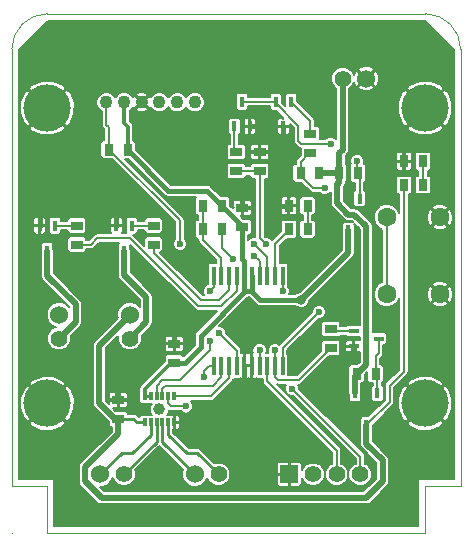
<source format=gtl>
G04 (created by PCBNEW (2013-07-07 BZR 4022)-stable) date 2026/02/15 0:01:33*
%MOIN*%
G04 Gerber Fmt 3.4, Leading zero omitted, Abs format*
%FSLAX34Y34*%
G01*
G70*
G90*
G04 APERTURE LIST*
%ADD10C,0.00590551*%
%ADD11C,0.00393701*%
%ADD12C,0.1575*%
%ADD13C,0.063*%
%ADD14R,0.0177X0.0354*%
%ADD15R,0.06X0.06*%
%ADD16C,0.0551*%
%ADD17C,0.06*%
%ADD18R,0.0315X0.0394*%
%ADD19R,0.0394X0.0315*%
%ADD20C,0.0433*%
%ADD21R,0.0354X0.0177*%
%ADD22R,0.011811X0.0275591*%
%ADD23C,0.0393701*%
%ADD24R,0.0138X0.063*%
%ADD25C,0.023622*%
%ADD26C,0.0314961*%
%ADD27C,0.00787402*%
%ADD28C,0.015748*%
%ADD29C,0.019685*%
%ADD30C,0.00984252*%
%ADD31C,0.011811*%
%ADD32C,0.0137795*%
G04 APERTURE END LIST*
G54D10*
G54D11*
X0Y0D02*
G75*
G03X0Y0I0J0D01*
G74*
G01*
X0Y0D02*
X0Y0D01*
X0Y0D02*
X0Y0D01*
X0Y0D02*
G75*
G03X0Y0I0J0D01*
G74*
G01*
X0Y0D02*
X0Y0D01*
X0Y0D02*
X0Y0D01*
X0Y0D02*
G75*
G03X0Y0I0J0D01*
G74*
G01*
X0Y0D02*
X0Y0D01*
X0Y0D02*
X0Y0D01*
X14960Y16141D02*
G75*
G03X13779Y17322I-1181J0D01*
G74*
G01*
X1181Y17322D02*
G75*
G03X0Y16141I0J-1181D01*
G74*
G01*
X1181Y17322D02*
X13779Y17322D01*
X14960Y1574D02*
X14960Y16141D01*
X13779Y1574D02*
X14960Y1574D01*
X13779Y0D02*
X13779Y1574D01*
X1181Y0D02*
X13779Y0D01*
X1181Y1574D02*
X1181Y0D01*
X0Y1574D02*
X1181Y1574D01*
X0Y16141D02*
X0Y1574D01*
G54D12*
X13779Y14173D03*
X13779Y4330D03*
X1181Y4330D03*
X1181Y14173D03*
G54D13*
X14271Y10531D03*
X12499Y10531D03*
X14271Y7971D03*
X12499Y7971D03*
G54D14*
X11594Y11160D03*
X11220Y10098D03*
X10846Y11160D03*
G54D15*
X9251Y1968D03*
G54D16*
X10038Y1968D03*
X10826Y1968D03*
X11614Y1968D03*
G54D17*
X11811Y15157D03*
G54D16*
X11024Y15157D03*
G54D17*
X2952Y1968D03*
G54D16*
X3739Y1968D03*
G54D17*
X6102Y1968D03*
G54D16*
X6889Y1968D03*
G54D18*
X3858Y12795D03*
X3228Y12795D03*
G54D19*
X9940Y13307D03*
X9940Y12677D03*
X7480Y12086D03*
X7480Y12716D03*
G54D18*
X7007Y10925D03*
X6377Y10925D03*
X6377Y10137D03*
X7007Y10137D03*
G54D19*
X3543Y4448D03*
X3543Y3818D03*
G54D18*
X9232Y10137D03*
X9862Y10137D03*
X11496Y5314D03*
X12126Y5314D03*
G54D19*
X10629Y6811D03*
X10629Y6181D03*
G54D18*
X13070Y11614D03*
X13700Y11614D03*
G54D19*
X2165Y10255D03*
X2165Y9625D03*
X7677Y10216D03*
X7677Y10846D03*
G54D18*
X10905Y12007D03*
X11535Y12007D03*
X10255Y12007D03*
X9625Y12007D03*
G54D19*
X8267Y12716D03*
X8267Y12086D03*
X5413Y6318D03*
X5413Y5688D03*
G54D18*
X9862Y10925D03*
X9232Y10925D03*
X13700Y12401D03*
X13070Y12401D03*
G54D20*
X3149Y14370D03*
X3740Y14370D03*
X4330Y14370D03*
X4921Y14370D03*
X5511Y14370D03*
X6102Y14370D03*
G54D17*
X1574Y7283D03*
G54D16*
X1574Y6496D03*
G54D17*
X3937Y7283D03*
G54D16*
X3937Y6496D03*
G54D14*
X3996Y10255D03*
X3740Y9429D03*
X3484Y10255D03*
G54D19*
X4724Y10255D03*
X4724Y9625D03*
G54D21*
X11398Y6752D03*
X12224Y6496D03*
X11398Y6240D03*
G54D14*
X1437Y10255D03*
X1181Y9429D03*
X925Y10255D03*
X9311Y14389D03*
X9055Y13563D03*
X8799Y14389D03*
G54D22*
X4429Y3700D03*
X4625Y3700D03*
X4822Y3700D03*
X5019Y3700D03*
X5216Y3700D03*
X5413Y3700D03*
X5413Y4566D03*
X5216Y4566D03*
X5019Y4566D03*
X4822Y4566D03*
X4625Y4566D03*
X4429Y4566D03*
G54D23*
X4921Y4133D03*
G54D24*
X6722Y5590D03*
X6978Y5590D03*
X7234Y5590D03*
X7490Y5590D03*
X7746Y5590D03*
X8002Y5590D03*
X8258Y5590D03*
X8514Y5590D03*
X8770Y5590D03*
X9026Y5590D03*
X9026Y8582D03*
X8770Y8582D03*
X8514Y8582D03*
X8258Y8582D03*
X8002Y8582D03*
X7746Y8582D03*
X7490Y8582D03*
X7234Y8582D03*
X6978Y8582D03*
X6722Y8582D03*
G54D14*
X7421Y13563D03*
X7677Y14389D03*
X7933Y13563D03*
X12185Y4664D03*
X11811Y3602D03*
X11437Y4664D03*
G54D25*
X6594Y6397D03*
X6594Y8070D03*
X7381Y9153D03*
X8257Y6102D03*
X6397Y5216D03*
X5807Y4232D03*
G54D26*
X5413Y6692D03*
X8838Y10925D03*
X7677Y11240D03*
X8248Y13562D03*
X9055Y13169D03*
X925Y10688D03*
X3484Y10688D03*
X11397Y5944D03*
X3543Y4881D03*
X7746Y5029D03*
G54D25*
X10629Y12992D03*
X11515Y12401D03*
X6889Y6692D03*
X5610Y9645D03*
X8070Y9251D03*
X8070Y9645D03*
X8464Y9645D03*
X8769Y6102D03*
X10236Y7381D03*
X10433Y11515D03*
X9025Y8070D03*
X9350Y4822D03*
G54D26*
X9645Y7775D03*
G54D27*
X6594Y6397D02*
X6594Y6102D01*
X6594Y6102D02*
X5610Y5118D01*
X6722Y8582D02*
X6722Y8198D01*
X4822Y4921D02*
X4822Y4566D01*
X5019Y5118D02*
X4822Y4921D01*
X5610Y5118D02*
X5019Y5118D01*
X6594Y6102D02*
X5610Y5118D01*
X6722Y8198D02*
X6594Y8070D01*
X6978Y5590D02*
X6978Y5206D01*
X5019Y4822D02*
X5019Y4566D01*
X5118Y4921D02*
X5019Y4822D01*
X6692Y4921D02*
X5118Y4921D01*
X6978Y5206D02*
X6692Y4921D01*
X7007Y10137D02*
X7007Y9527D01*
X7007Y9527D02*
X7381Y9153D01*
X8258Y6102D02*
X8257Y6102D01*
X8258Y6102D02*
X8258Y5590D01*
X4724Y9625D02*
X4724Y9350D01*
X7234Y8119D02*
X7234Y8582D01*
X6889Y7775D02*
X7234Y8119D01*
X6299Y7775D02*
X6889Y7775D01*
X4724Y9350D02*
X6299Y7775D01*
X5216Y4566D02*
X5216Y4330D01*
X6574Y5590D02*
X6722Y5590D01*
X6397Y5413D02*
X6574Y5590D01*
X6397Y5216D02*
X6397Y5413D01*
X5314Y4232D02*
X5807Y4232D01*
X5216Y4330D02*
X5314Y4232D01*
X7234Y5590D02*
X7234Y5167D01*
X6633Y4566D02*
X5413Y4566D01*
X7234Y5167D02*
X6633Y4566D01*
X7490Y8582D02*
X7490Y8080D01*
X2637Y9625D02*
X2165Y9625D01*
X2854Y9842D02*
X2637Y9625D01*
X3937Y9842D02*
X2854Y9842D01*
X6200Y7578D02*
X3937Y9842D01*
X6988Y7578D02*
X6200Y7578D01*
X7490Y8080D02*
X6988Y7578D01*
G54D28*
X5413Y6318D02*
X5413Y6692D01*
X9232Y10925D02*
X8838Y10925D01*
X7677Y10846D02*
X7677Y11240D01*
X7933Y13563D02*
X8247Y13563D01*
X8247Y13563D02*
X8248Y13562D01*
X9055Y13563D02*
X9055Y13169D01*
X925Y10255D02*
X925Y10688D01*
X925Y10688D02*
X925Y10688D01*
X3484Y10255D02*
X3484Y10688D01*
X3484Y10688D02*
X3484Y10688D01*
G54D29*
X11398Y6240D02*
X11398Y5945D01*
X11398Y5945D02*
X11397Y5944D01*
X3543Y4448D02*
X3543Y4881D01*
G54D28*
X7746Y5590D02*
X7746Y5029D01*
X7746Y5029D02*
X7746Y5029D01*
G54D27*
X8770Y8582D02*
X8770Y9655D01*
X9232Y10118D02*
X9232Y10137D01*
X8770Y9655D02*
X9232Y10118D01*
X11515Y12401D02*
X11515Y12027D01*
X9645Y12992D02*
X10629Y12992D01*
X9547Y13582D02*
X9547Y13090D01*
X9547Y13090D02*
X9645Y12992D01*
X8799Y14330D02*
X9547Y13582D01*
X8799Y14389D02*
X8799Y14330D01*
X11515Y12027D02*
X11535Y12007D01*
X11594Y11160D02*
X11594Y11948D01*
X11594Y11948D02*
X11535Y12007D01*
X7677Y14389D02*
X8799Y14389D01*
G54D30*
X5019Y3051D02*
X6102Y1968D01*
X5019Y3700D02*
X5019Y3051D01*
X5216Y3700D02*
X5216Y3287D01*
X5216Y3287D02*
X5826Y2677D01*
X5826Y2677D02*
X6180Y2677D01*
X6180Y2677D02*
X6889Y1968D01*
X3661Y2677D02*
X2952Y1968D01*
X4625Y3700D02*
X4625Y3287D01*
X4625Y3287D02*
X4015Y2677D01*
X4015Y2677D02*
X3661Y2677D01*
X4822Y3700D02*
X4822Y3051D01*
X4822Y3051D02*
X3739Y1968D01*
G54D27*
X7490Y5590D02*
X7490Y6092D01*
X7490Y6092D02*
X6889Y6692D01*
X5610Y9645D02*
X5610Y10433D01*
X3248Y12795D02*
X3228Y12795D01*
X5610Y10433D02*
X3248Y12795D01*
X3149Y14370D02*
X3149Y13622D01*
X3228Y13543D02*
X3228Y12795D01*
X3149Y13622D02*
X3228Y13543D01*
X8258Y8582D02*
X8258Y9064D01*
X8258Y9064D02*
X8070Y9251D01*
X8514Y8582D02*
X8514Y9202D01*
X8514Y9202D02*
X8070Y9645D01*
X9940Y13307D02*
X9940Y13759D01*
X9940Y13759D02*
X9311Y14389D01*
X7421Y13563D02*
X7421Y12775D01*
X7421Y12775D02*
X7480Y12716D01*
X12126Y5314D02*
X12126Y5905D01*
X12224Y6003D02*
X12224Y6496D01*
X12126Y5905D02*
X12224Y6003D01*
X12185Y4664D02*
X12185Y5255D01*
X12185Y5255D02*
X12126Y5314D01*
X11398Y6752D02*
X10688Y6752D01*
X10688Y6752D02*
X10629Y6811D01*
X13700Y12401D02*
X13700Y11614D01*
X9862Y10925D02*
X9862Y10137D01*
X1437Y10255D02*
X2164Y10255D01*
X2164Y10255D02*
X2165Y10255D01*
X3996Y10255D02*
X4723Y10255D01*
X4723Y10255D02*
X4724Y10255D01*
G54D29*
X1181Y9429D02*
X1181Y8582D01*
X2125Y7047D02*
X1574Y6496D01*
X2125Y7637D02*
X2125Y7047D01*
X1181Y8582D02*
X2125Y7637D01*
X4488Y7047D02*
X3937Y6496D01*
X4488Y7874D02*
X4488Y7047D01*
X3740Y8622D02*
X4488Y7874D01*
X3740Y9429D02*
X3740Y8622D01*
G54D27*
X8770Y5590D02*
X8770Y5206D01*
X9566Y5118D02*
X10629Y6181D01*
X8858Y5118D02*
X9566Y5118D01*
X8770Y5206D02*
X8858Y5118D01*
X8267Y9842D02*
X8267Y12086D01*
X8267Y9842D02*
X8464Y9645D01*
X8770Y6102D02*
X8769Y6102D01*
X8770Y5590D02*
X8770Y6102D01*
X7401Y12007D02*
X7480Y12086D01*
X7401Y12007D02*
X7480Y12086D01*
X7480Y12086D02*
X8267Y12086D01*
X9026Y6171D02*
X10236Y7381D01*
X9026Y5590D02*
X9026Y6171D01*
X9940Y12677D02*
X9921Y12677D01*
X9625Y12381D02*
X9625Y12007D01*
X9921Y12677D02*
X9625Y12381D01*
X9625Y12007D02*
X9625Y11929D01*
X10039Y11515D02*
X10433Y11515D01*
X9625Y11929D02*
X10039Y11515D01*
X12499Y10531D02*
X12499Y7971D01*
X9026Y8071D02*
X9025Y8070D01*
X9026Y8582D02*
X9026Y8071D01*
X11614Y2559D02*
X11614Y1968D01*
X9350Y4822D02*
X11614Y2559D01*
X8514Y5590D02*
X8514Y5068D01*
X10826Y2755D02*
X10826Y1968D01*
X8514Y5068D02*
X10826Y2755D01*
G54D29*
X10846Y11160D02*
X10846Y11003D01*
X11417Y10629D02*
X11811Y10236D01*
X11220Y10629D02*
X11417Y10629D01*
X10846Y11003D02*
X11220Y10629D01*
X11811Y10236D02*
X11811Y5629D01*
X11811Y5629D02*
X11496Y5314D01*
X10905Y12007D02*
X10905Y11692D01*
X10846Y11633D02*
X10846Y11160D01*
X10905Y11692D02*
X10846Y11633D01*
X11024Y15157D02*
X11024Y12795D01*
X10905Y12677D02*
X10905Y12007D01*
X11024Y12795D02*
X10905Y12677D01*
X10255Y12007D02*
X10905Y12007D01*
X11437Y4664D02*
X11437Y5255D01*
X11437Y5255D02*
X11496Y5314D01*
G54D28*
X3858Y12795D02*
X3858Y12775D01*
X6515Y11417D02*
X7007Y10925D01*
X5216Y11417D02*
X6515Y11417D01*
X3858Y12775D02*
X5216Y11417D01*
G54D31*
X5413Y5688D02*
X5295Y5688D01*
X4429Y4822D02*
X4429Y4566D01*
X5295Y5688D02*
X4429Y4822D01*
G54D29*
X11220Y10098D02*
X11220Y9350D01*
X11220Y9350D02*
X9645Y7775D01*
G54D28*
X8002Y8582D02*
X8002Y8041D01*
X8267Y7775D02*
X9645Y7775D01*
X8002Y8041D02*
X8267Y7775D01*
X8002Y8582D02*
X8002Y8100D01*
X8002Y8100D02*
X7972Y8070D01*
X7746Y8070D02*
X7972Y8070D01*
X7746Y8582D02*
X7746Y8070D01*
X7746Y8070D02*
X7746Y8041D01*
X5787Y5688D02*
X5413Y5688D01*
X6299Y6200D02*
X5787Y5688D01*
X6299Y6594D02*
X6299Y6200D01*
X7746Y8041D02*
X6299Y6594D01*
X7677Y10216D02*
X7677Y10255D01*
X7677Y10255D02*
X7007Y10925D01*
X7677Y10216D02*
X7677Y9153D01*
X7746Y9084D02*
X7746Y8582D01*
X7677Y9153D02*
X7746Y9084D01*
G54D32*
X3858Y12795D02*
X3858Y13562D01*
X3740Y13680D02*
X3740Y14370D01*
X3858Y13562D02*
X3740Y13680D01*
G54D30*
X4429Y4566D02*
X4625Y4566D01*
G54D27*
X13070Y11614D02*
X13070Y5393D01*
X12598Y4390D02*
X11811Y3602D01*
X12598Y4921D02*
X12598Y4390D01*
X13070Y5393D02*
X12598Y4921D01*
G54D29*
X2992Y1181D02*
X11811Y1181D01*
X11811Y1181D02*
X12362Y1732D01*
X2440Y1732D02*
X2992Y1181D01*
X12362Y1732D02*
X12362Y2440D01*
X3543Y3818D02*
X3425Y3818D01*
X3425Y3818D02*
X2913Y4330D01*
X3543Y3818D02*
X3543Y3307D01*
X3543Y3307D02*
X2440Y2204D01*
X2440Y1732D02*
X2440Y2204D01*
G54D30*
X4429Y3700D02*
X4173Y3700D01*
X4055Y3818D02*
X3543Y3818D01*
X4173Y3700D02*
X4055Y3818D01*
G54D29*
X2913Y6259D02*
X3937Y7283D01*
X2913Y4330D02*
X2913Y6259D01*
X12362Y2440D02*
X11811Y2992D01*
X11811Y3602D02*
X11811Y2992D01*
G54D27*
X6377Y10137D02*
X6377Y9763D01*
X6978Y9163D02*
X6978Y8582D01*
X6377Y9763D02*
X6978Y9163D01*
X6377Y10925D02*
X6377Y10137D01*
G54D10*
G36*
X4954Y4128D02*
X4926Y4100D01*
X4921Y4106D01*
X4915Y4100D01*
X4887Y4128D01*
X4893Y4133D01*
X4887Y4139D01*
X4915Y4167D01*
X4921Y4161D01*
X4926Y4167D01*
X4954Y4139D01*
X4949Y4133D01*
X4954Y4128D01*
X4954Y4128D01*
G37*
G54D27*
X4954Y4128D02*
X4926Y4100D01*
X4921Y4106D01*
X4915Y4100D01*
X4887Y4128D01*
X4893Y4133D01*
X4887Y4139D01*
X4915Y4167D01*
X4921Y4161D01*
X4926Y4167D01*
X4954Y4139D01*
X4949Y4133D01*
X4954Y4128D01*
G54D10*
G36*
X6847Y7421D02*
X6160Y6733D01*
X6117Y6669D01*
X6102Y6594D01*
X6102Y6282D01*
X5728Y5908D01*
X5728Y6138D01*
X5728Y6499D01*
X5710Y6543D01*
X5677Y6576D01*
X5633Y6594D01*
X5586Y6594D01*
X5462Y6594D01*
X5433Y6565D01*
X5433Y6338D01*
X5698Y6338D01*
X5728Y6368D01*
X5728Y6499D01*
X5728Y6138D01*
X5728Y6269D01*
X5698Y6299D01*
X5433Y6299D01*
X5433Y6072D01*
X5462Y6043D01*
X5586Y6043D01*
X5633Y6043D01*
X5677Y6061D01*
X5710Y6094D01*
X5728Y6138D01*
X5728Y5908D01*
X5717Y5897D01*
X5710Y5913D01*
X5677Y5946D01*
X5633Y5964D01*
X5586Y5964D01*
X5393Y5964D01*
X5393Y6072D01*
X5393Y6299D01*
X5393Y6338D01*
X5393Y6565D01*
X5364Y6594D01*
X5239Y6594D01*
X5192Y6594D01*
X5149Y6576D01*
X5116Y6543D01*
X5098Y6499D01*
X5098Y6368D01*
X5127Y6338D01*
X5393Y6338D01*
X5393Y6299D01*
X5127Y6299D01*
X5098Y6269D01*
X5098Y6138D01*
X5116Y6094D01*
X5149Y6061D01*
X5192Y6043D01*
X5239Y6043D01*
X5364Y6043D01*
X5393Y6072D01*
X5393Y5964D01*
X5192Y5964D01*
X5149Y5946D01*
X5116Y5913D01*
X5098Y5870D01*
X5098Y5823D01*
X5098Y5742D01*
X4303Y4948D01*
X4265Y4890D01*
X4251Y4822D01*
X4251Y4704D01*
X4251Y4681D01*
X4251Y4405D01*
X4269Y4362D01*
X4303Y4329D01*
X4346Y4311D01*
X4393Y4311D01*
X4511Y4311D01*
X4527Y4317D01*
X4543Y4311D01*
X4590Y4311D01*
X4662Y4311D01*
X4650Y4306D01*
X4604Y4189D01*
X4607Y4064D01*
X4650Y3961D01*
X4662Y3956D01*
X4661Y3956D01*
X4543Y3956D01*
X4527Y3950D01*
X4511Y3956D01*
X4464Y3956D01*
X4346Y3956D01*
X4303Y3938D01*
X4270Y3905D01*
X4254Y3868D01*
X4242Y3868D01*
X4173Y3937D01*
X4119Y3973D01*
X4108Y3975D01*
X4055Y3986D01*
X3858Y3986D01*
X3858Y3999D01*
X3858Y4267D01*
X3858Y4629D01*
X3840Y4673D01*
X3807Y4706D01*
X3763Y4724D01*
X3716Y4724D01*
X3592Y4724D01*
X3562Y4694D01*
X3562Y4468D01*
X3828Y4468D01*
X3858Y4498D01*
X3858Y4629D01*
X3858Y4267D01*
X3858Y4399D01*
X3828Y4429D01*
X3562Y4429D01*
X3562Y4202D01*
X3592Y4173D01*
X3716Y4173D01*
X3763Y4173D01*
X3807Y4191D01*
X3840Y4224D01*
X3858Y4267D01*
X3858Y3999D01*
X3840Y4043D01*
X3807Y4076D01*
X3763Y4094D01*
X3716Y4094D01*
X3455Y4094D01*
X3377Y4173D01*
X3494Y4173D01*
X3523Y4202D01*
X3523Y4429D01*
X3523Y4468D01*
X3523Y4694D01*
X3494Y4724D01*
X3369Y4724D01*
X3322Y4724D01*
X3279Y4706D01*
X3246Y4673D01*
X3228Y4629D01*
X3228Y4498D01*
X3257Y4468D01*
X3523Y4468D01*
X3523Y4429D01*
X3257Y4429D01*
X3228Y4399D01*
X3228Y4322D01*
X3129Y4420D01*
X3129Y6170D01*
X3549Y6589D01*
X3543Y6575D01*
X3543Y6418D01*
X3603Y6273D01*
X3713Y6162D01*
X3858Y6102D01*
X4014Y6102D01*
X4159Y6162D01*
X4270Y6273D01*
X4330Y6417D01*
X4330Y6574D01*
X4327Y6581D01*
X4641Y6894D01*
X4641Y6894D01*
X4641Y6894D01*
X4688Y6964D01*
X4688Y6964D01*
X4701Y7031D01*
X4704Y7047D01*
X4704Y7047D01*
X4704Y7047D01*
X4704Y7874D01*
X4704Y7874D01*
X4704Y7874D01*
X4701Y7890D01*
X4688Y7956D01*
X4688Y7956D01*
X4641Y8027D01*
X4641Y8027D01*
X3956Y8711D01*
X3956Y9429D01*
X3946Y9479D01*
X3946Y9610D01*
X6089Y7467D01*
X6089Y7467D01*
X6140Y7433D01*
X6140Y7433D01*
X6188Y7423D01*
X6200Y7421D01*
X6200Y7421D01*
X6200Y7421D01*
X6847Y7421D01*
X6847Y7421D01*
G37*
G54D27*
X6847Y7421D02*
X6160Y6733D01*
X6117Y6669D01*
X6102Y6594D01*
X6102Y6282D01*
X5728Y5908D01*
X5728Y6138D01*
X5728Y6499D01*
X5710Y6543D01*
X5677Y6576D01*
X5633Y6594D01*
X5586Y6594D01*
X5462Y6594D01*
X5433Y6565D01*
X5433Y6338D01*
X5698Y6338D01*
X5728Y6368D01*
X5728Y6499D01*
X5728Y6138D01*
X5728Y6269D01*
X5698Y6299D01*
X5433Y6299D01*
X5433Y6072D01*
X5462Y6043D01*
X5586Y6043D01*
X5633Y6043D01*
X5677Y6061D01*
X5710Y6094D01*
X5728Y6138D01*
X5728Y5908D01*
X5717Y5897D01*
X5710Y5913D01*
X5677Y5946D01*
X5633Y5964D01*
X5586Y5964D01*
X5393Y5964D01*
X5393Y6072D01*
X5393Y6299D01*
X5393Y6338D01*
X5393Y6565D01*
X5364Y6594D01*
X5239Y6594D01*
X5192Y6594D01*
X5149Y6576D01*
X5116Y6543D01*
X5098Y6499D01*
X5098Y6368D01*
X5127Y6338D01*
X5393Y6338D01*
X5393Y6299D01*
X5127Y6299D01*
X5098Y6269D01*
X5098Y6138D01*
X5116Y6094D01*
X5149Y6061D01*
X5192Y6043D01*
X5239Y6043D01*
X5364Y6043D01*
X5393Y6072D01*
X5393Y5964D01*
X5192Y5964D01*
X5149Y5946D01*
X5116Y5913D01*
X5098Y5870D01*
X5098Y5823D01*
X5098Y5742D01*
X4303Y4948D01*
X4265Y4890D01*
X4251Y4822D01*
X4251Y4704D01*
X4251Y4681D01*
X4251Y4405D01*
X4269Y4362D01*
X4303Y4329D01*
X4346Y4311D01*
X4393Y4311D01*
X4511Y4311D01*
X4527Y4317D01*
X4543Y4311D01*
X4590Y4311D01*
X4662Y4311D01*
X4650Y4306D01*
X4604Y4189D01*
X4607Y4064D01*
X4650Y3961D01*
X4662Y3956D01*
X4661Y3956D01*
X4543Y3956D01*
X4527Y3950D01*
X4511Y3956D01*
X4464Y3956D01*
X4346Y3956D01*
X4303Y3938D01*
X4270Y3905D01*
X4254Y3868D01*
X4242Y3868D01*
X4173Y3937D01*
X4119Y3973D01*
X4108Y3975D01*
X4055Y3986D01*
X3858Y3986D01*
X3858Y3999D01*
X3858Y4267D01*
X3858Y4629D01*
X3840Y4673D01*
X3807Y4706D01*
X3763Y4724D01*
X3716Y4724D01*
X3592Y4724D01*
X3562Y4694D01*
X3562Y4468D01*
X3828Y4468D01*
X3858Y4498D01*
X3858Y4629D01*
X3858Y4267D01*
X3858Y4399D01*
X3828Y4429D01*
X3562Y4429D01*
X3562Y4202D01*
X3592Y4173D01*
X3716Y4173D01*
X3763Y4173D01*
X3807Y4191D01*
X3840Y4224D01*
X3858Y4267D01*
X3858Y3999D01*
X3840Y4043D01*
X3807Y4076D01*
X3763Y4094D01*
X3716Y4094D01*
X3455Y4094D01*
X3377Y4173D01*
X3494Y4173D01*
X3523Y4202D01*
X3523Y4429D01*
X3523Y4468D01*
X3523Y4694D01*
X3494Y4724D01*
X3369Y4724D01*
X3322Y4724D01*
X3279Y4706D01*
X3246Y4673D01*
X3228Y4629D01*
X3228Y4498D01*
X3257Y4468D01*
X3523Y4468D01*
X3523Y4429D01*
X3257Y4429D01*
X3228Y4399D01*
X3228Y4322D01*
X3129Y4420D01*
X3129Y6170D01*
X3549Y6589D01*
X3543Y6575D01*
X3543Y6418D01*
X3603Y6273D01*
X3713Y6162D01*
X3858Y6102D01*
X4014Y6102D01*
X4159Y6162D01*
X4270Y6273D01*
X4330Y6417D01*
X4330Y6574D01*
X4327Y6581D01*
X4641Y6894D01*
X4641Y6894D01*
X4641Y6894D01*
X4688Y6964D01*
X4688Y6964D01*
X4701Y7031D01*
X4704Y7047D01*
X4704Y7047D01*
X4704Y7047D01*
X4704Y7874D01*
X4704Y7874D01*
X4704Y7874D01*
X4701Y7890D01*
X4688Y7956D01*
X4688Y7956D01*
X4641Y8027D01*
X4641Y8027D01*
X3956Y8711D01*
X3956Y9429D01*
X3946Y9479D01*
X3946Y9610D01*
X6089Y7467D01*
X6089Y7467D01*
X6140Y7433D01*
X6140Y7433D01*
X6188Y7423D01*
X6200Y7421D01*
X6200Y7421D01*
X6200Y7421D01*
X6847Y7421D01*
G54D10*
G36*
X14724Y1811D02*
X14705Y1811D01*
X14705Y7888D01*
X14705Y10448D01*
X14704Y10620D01*
X14688Y10659D01*
X14688Y14337D01*
X14556Y14672D01*
X14537Y14699D01*
X14425Y14791D01*
X14397Y14763D01*
X14397Y14819D01*
X14306Y14931D01*
X13975Y15075D01*
X13615Y15081D01*
X13280Y14950D01*
X13252Y14931D01*
X13161Y14819D01*
X13779Y14201D01*
X14397Y14819D01*
X14397Y14763D01*
X13807Y14173D01*
X14425Y13555D01*
X14537Y13646D01*
X14681Y13976D01*
X14688Y14337D01*
X14688Y10659D01*
X14640Y10775D01*
X14576Y10809D01*
X14548Y10781D01*
X14548Y10836D01*
X14515Y10900D01*
X14397Y10948D01*
X14397Y13527D01*
X13779Y14145D01*
X13751Y14117D01*
X13751Y14173D01*
X13133Y14791D01*
X13021Y14699D01*
X12877Y14369D01*
X12870Y14009D01*
X13002Y13674D01*
X13021Y13646D01*
X13133Y13555D01*
X13751Y14173D01*
X13751Y14117D01*
X13161Y13527D01*
X13252Y13414D01*
X13583Y13270D01*
X13943Y13264D01*
X14278Y13396D01*
X14306Y13414D01*
X14397Y13527D01*
X14397Y10948D01*
X14355Y10965D01*
X14183Y10964D01*
X14028Y10900D01*
X13994Y10836D01*
X14271Y10559D01*
X14548Y10836D01*
X14548Y10781D01*
X14299Y10531D01*
X14576Y10254D01*
X14640Y10288D01*
X14705Y10448D01*
X14705Y7888D01*
X14704Y8060D01*
X14640Y8215D01*
X14576Y8249D01*
X14548Y8221D01*
X14548Y8276D01*
X14548Y10227D01*
X14271Y10504D01*
X14243Y10476D01*
X14243Y10531D01*
X13976Y10799D01*
X13976Y11440D01*
X13976Y11834D01*
X13958Y11877D01*
X13925Y11911D01*
X13881Y11929D01*
X13858Y11929D01*
X13858Y12086D01*
X13881Y12086D01*
X13925Y12104D01*
X13958Y12137D01*
X13976Y12180D01*
X13976Y12227D01*
X13976Y12621D01*
X13958Y12665D01*
X13925Y12698D01*
X13881Y12716D01*
X13834Y12716D01*
X13519Y12716D01*
X13476Y12698D01*
X13443Y12665D01*
X13425Y12622D01*
X13425Y12575D01*
X13425Y12181D01*
X13443Y12137D01*
X13476Y12104D01*
X13519Y12086D01*
X13543Y12086D01*
X13543Y11929D01*
X13519Y11929D01*
X13476Y11911D01*
X13443Y11878D01*
X13425Y11834D01*
X13425Y11787D01*
X13425Y11393D01*
X13443Y11350D01*
X13476Y11317D01*
X13519Y11299D01*
X13566Y11299D01*
X13881Y11299D01*
X13925Y11316D01*
X13958Y11350D01*
X13976Y11393D01*
X13976Y11440D01*
X13976Y10799D01*
X13966Y10809D01*
X13903Y10775D01*
X13838Y10615D01*
X13839Y10443D01*
X13903Y10288D01*
X13966Y10254D01*
X14243Y10531D01*
X14243Y10476D01*
X13994Y10227D01*
X14028Y10163D01*
X14187Y10098D01*
X14360Y10099D01*
X14515Y10163D01*
X14548Y10227D01*
X14548Y8276D01*
X14515Y8340D01*
X14355Y8405D01*
X14183Y8404D01*
X14028Y8340D01*
X13994Y8276D01*
X14271Y7999D01*
X14548Y8276D01*
X14548Y8221D01*
X14299Y7971D01*
X14576Y7694D01*
X14640Y7728D01*
X14705Y7888D01*
X14705Y1811D01*
X14688Y1811D01*
X14688Y4494D01*
X14556Y4829D01*
X14548Y4840D01*
X14548Y7667D01*
X14271Y7944D01*
X14243Y7916D01*
X14243Y7971D01*
X13966Y8249D01*
X13903Y8215D01*
X13838Y8055D01*
X13839Y7883D01*
X13903Y7728D01*
X13966Y7694D01*
X14243Y7971D01*
X14243Y7916D01*
X13994Y7667D01*
X14028Y7603D01*
X14187Y7538D01*
X14360Y7539D01*
X14515Y7603D01*
X14548Y7667D01*
X14548Y4840D01*
X14537Y4857D01*
X14425Y4948D01*
X14397Y4920D01*
X14397Y4976D01*
X14306Y5089D01*
X13975Y5232D01*
X13615Y5239D01*
X13346Y5133D01*
X13346Y11440D01*
X13346Y11834D01*
X13346Y12227D01*
X13346Y12575D01*
X13346Y12622D01*
X13328Y12665D01*
X13295Y12698D01*
X13251Y12716D01*
X13120Y12716D01*
X13090Y12687D01*
X13090Y12421D01*
X13316Y12421D01*
X13346Y12450D01*
X13346Y12575D01*
X13346Y12227D01*
X13346Y12352D01*
X13316Y12381D01*
X13090Y12381D01*
X13090Y12115D01*
X13120Y12086D01*
X13251Y12086D01*
X13295Y12104D01*
X13328Y12137D01*
X13346Y12180D01*
X13346Y12227D01*
X13346Y11834D01*
X13328Y11877D01*
X13295Y11911D01*
X13251Y11929D01*
X13204Y11929D01*
X13051Y11929D01*
X13051Y12115D01*
X13051Y12381D01*
X13051Y12421D01*
X13051Y12687D01*
X13021Y12716D01*
X12889Y12716D01*
X12846Y12698D01*
X12813Y12665D01*
X12795Y12622D01*
X12795Y12575D01*
X12795Y12450D01*
X12824Y12421D01*
X13051Y12421D01*
X13051Y12381D01*
X12824Y12381D01*
X12795Y12352D01*
X12795Y12227D01*
X12795Y12180D01*
X12813Y12137D01*
X12846Y12104D01*
X12889Y12086D01*
X13021Y12086D01*
X13051Y12115D01*
X13051Y11929D01*
X12889Y11929D01*
X12846Y11911D01*
X12813Y11878D01*
X12795Y11834D01*
X12795Y11787D01*
X12795Y11393D01*
X12813Y11350D01*
X12846Y11317D01*
X12889Y11299D01*
X12913Y11299D01*
X12913Y10665D01*
X12867Y10776D01*
X12745Y10898D01*
X12586Y10965D01*
X12414Y10965D01*
X12254Y10899D01*
X12229Y10874D01*
X12229Y15077D01*
X12228Y15243D01*
X12167Y15391D01*
X12105Y15423D01*
X12077Y15395D01*
X12077Y15451D01*
X12045Y15513D01*
X11891Y15576D01*
X11724Y15575D01*
X11576Y15513D01*
X11544Y15451D01*
X11811Y15185D01*
X12077Y15451D01*
X12077Y15395D01*
X11838Y15157D01*
X12105Y14891D01*
X12167Y14923D01*
X12229Y15077D01*
X12229Y10874D01*
X12132Y10777D01*
X12077Y10643D01*
X12077Y14863D01*
X11811Y15129D01*
X11544Y14863D01*
X11576Y14801D01*
X11730Y14738D01*
X11897Y14739D01*
X12045Y14801D01*
X12077Y14863D01*
X12077Y10643D01*
X12066Y10618D01*
X12066Y10446D01*
X12132Y10286D01*
X12254Y10165D01*
X12342Y10128D01*
X12342Y8375D01*
X12254Y8339D01*
X12132Y8217D01*
X12066Y8058D01*
X12066Y7886D01*
X12132Y7726D01*
X12254Y7605D01*
X12413Y7538D01*
X12585Y7538D01*
X12744Y7604D01*
X12866Y7726D01*
X12913Y7838D01*
X12913Y5458D01*
X12487Y5032D01*
X12452Y4981D01*
X12440Y4921D01*
X12440Y4455D01*
X11883Y3897D01*
X11876Y3897D01*
X11699Y3897D01*
X11655Y3880D01*
X11622Y3846D01*
X11604Y3803D01*
X11604Y3756D01*
X11604Y3652D01*
X11594Y3602D01*
X11594Y2992D01*
X11610Y2909D01*
X11657Y2839D01*
X12145Y2351D01*
X12145Y1821D01*
X12007Y1684D01*
X12007Y2046D01*
X11948Y2191D01*
X11837Y2301D01*
X11771Y2329D01*
X11771Y2559D01*
X11771Y2559D01*
X11771Y2559D01*
X11769Y2571D01*
X11759Y2619D01*
X11759Y2619D01*
X11725Y2670D01*
X11725Y2670D01*
X9586Y4809D01*
X9586Y4869D01*
X9550Y4956D01*
X9546Y4960D01*
X9566Y4960D01*
X9627Y4972D01*
X9627Y4972D01*
X9678Y5006D01*
X10577Y5905D01*
X10850Y5905D01*
X10893Y5923D01*
X10926Y5956D01*
X10945Y5999D01*
X10945Y6046D01*
X10945Y6361D01*
X10927Y6405D01*
X10893Y6438D01*
X10850Y6456D01*
X10803Y6456D01*
X10409Y6456D01*
X10366Y6438D01*
X10332Y6405D01*
X10314Y6362D01*
X10314Y6315D01*
X10314Y6088D01*
X9501Y5275D01*
X9213Y5275D01*
X9213Y5299D01*
X9213Y5929D01*
X9195Y5972D01*
X9183Y5984D01*
X9183Y6106D01*
X10222Y7145D01*
X10283Y7145D01*
X10369Y7181D01*
X10436Y7247D01*
X10472Y7334D01*
X10472Y7428D01*
X10436Y7515D01*
X10370Y7582D01*
X10283Y7618D01*
X10189Y7618D01*
X10102Y7582D01*
X10036Y7515D01*
X10000Y7429D01*
X9999Y7368D01*
X8918Y6287D01*
X8903Y6302D01*
X8816Y6338D01*
X8722Y6338D01*
X8636Y6302D01*
X8569Y6236D01*
X8533Y6149D01*
X8533Y6055D01*
X8546Y6023D01*
X8481Y6023D01*
X8494Y6055D01*
X8494Y6149D01*
X8458Y6235D01*
X8391Y6302D01*
X8305Y6338D01*
X8211Y6338D01*
X8124Y6302D01*
X8057Y6236D01*
X8021Y6149D01*
X8021Y6055D01*
X8039Y6012D01*
X8021Y5994D01*
X8021Y5610D01*
X8029Y5610D01*
X8029Y5570D01*
X8021Y5570D01*
X8021Y5187D01*
X8051Y5157D01*
X8094Y5157D01*
X8130Y5172D01*
X8165Y5157D01*
X8212Y5157D01*
X8350Y5157D01*
X8356Y5160D01*
X8356Y5068D01*
X8368Y5008D01*
X8402Y4957D01*
X10669Y2690D01*
X10669Y2329D01*
X10604Y2302D01*
X10493Y2191D01*
X10433Y2047D01*
X10433Y1890D01*
X10492Y1745D01*
X10603Y1635D01*
X10748Y1574D01*
X10904Y1574D01*
X11049Y1634D01*
X11160Y1745D01*
X11220Y1889D01*
X11220Y2046D01*
X11160Y2191D01*
X11050Y2301D01*
X10984Y2329D01*
X10984Y2755D01*
X10972Y2816D01*
X10972Y2816D01*
X10938Y2867D01*
X8841Y4963D01*
X8858Y4960D01*
X9154Y4960D01*
X9150Y4956D01*
X9114Y4870D01*
X9114Y4776D01*
X9150Y4689D01*
X9216Y4622D01*
X9303Y4586D01*
X9363Y4586D01*
X11456Y2493D01*
X11456Y2329D01*
X11391Y2302D01*
X11280Y2191D01*
X11220Y2047D01*
X11220Y1890D01*
X11280Y1745D01*
X11390Y1635D01*
X11535Y1574D01*
X11692Y1574D01*
X11836Y1634D01*
X11947Y1745D01*
X12007Y1889D01*
X12007Y2046D01*
X12007Y1684D01*
X11721Y1397D01*
X10432Y1397D01*
X10432Y2046D01*
X10372Y2191D01*
X10262Y2301D01*
X10117Y2362D01*
X9961Y2362D01*
X9816Y2302D01*
X9705Y2191D01*
X9670Y2106D01*
X9670Y2245D01*
X9670Y2292D01*
X9652Y2335D01*
X9618Y2368D01*
X9575Y2386D01*
X9301Y2386D01*
X9271Y2357D01*
X9271Y1988D01*
X9279Y1988D01*
X9279Y1948D01*
X9271Y1948D01*
X9271Y1579D01*
X9301Y1550D01*
X9575Y1550D01*
X9618Y1568D01*
X9652Y1601D01*
X9670Y1644D01*
X9670Y1691D01*
X9670Y1830D01*
X9705Y1745D01*
X9815Y1635D01*
X9960Y1574D01*
X10116Y1574D01*
X10261Y1634D01*
X10372Y1745D01*
X10432Y1889D01*
X10432Y2046D01*
X10432Y1397D01*
X9232Y1397D01*
X9232Y1579D01*
X9232Y1948D01*
X9232Y1988D01*
X9232Y2357D01*
X9202Y2386D01*
X8928Y2386D01*
X8885Y2368D01*
X8851Y2335D01*
X8833Y2292D01*
X8833Y2245D01*
X8833Y2017D01*
X8863Y1988D01*
X9232Y1988D01*
X9232Y1948D01*
X8863Y1948D01*
X8833Y1919D01*
X8833Y1691D01*
X8833Y1644D01*
X8851Y1601D01*
X8885Y1568D01*
X8928Y1550D01*
X9202Y1550D01*
X9232Y1579D01*
X9232Y1397D01*
X7982Y1397D01*
X7982Y5187D01*
X7982Y5570D01*
X7982Y5610D01*
X7982Y5994D01*
X7952Y6023D01*
X7909Y6023D01*
X7874Y6009D01*
X7838Y6023D01*
X7795Y6023D01*
X7765Y5994D01*
X7765Y5610D01*
X7844Y5610D01*
X7903Y5610D01*
X7982Y5610D01*
X7982Y5570D01*
X7903Y5570D01*
X7844Y5570D01*
X7765Y5570D01*
X7765Y5187D01*
X7795Y5157D01*
X7838Y5157D01*
X7874Y5172D01*
X7909Y5157D01*
X7952Y5157D01*
X7982Y5187D01*
X7982Y1397D01*
X3081Y1397D01*
X2929Y1550D01*
X3035Y1550D01*
X3189Y1613D01*
X3307Y1731D01*
X3359Y1857D01*
X3405Y1745D01*
X3516Y1635D01*
X3661Y1574D01*
X3817Y1574D01*
X3962Y1634D01*
X4073Y1745D01*
X4133Y1889D01*
X4133Y2046D01*
X4110Y2102D01*
X4921Y2913D01*
X5713Y2121D01*
X5684Y2052D01*
X5684Y1885D01*
X5747Y1731D01*
X5865Y1614D01*
X6018Y1550D01*
X6185Y1550D01*
X6338Y1613D01*
X6456Y1731D01*
X6509Y1857D01*
X6555Y1745D01*
X6666Y1635D01*
X6810Y1574D01*
X6967Y1574D01*
X7112Y1634D01*
X7222Y1745D01*
X7282Y1889D01*
X7283Y2046D01*
X7223Y2191D01*
X7112Y2301D01*
X6967Y2362D01*
X6811Y2362D01*
X6755Y2339D01*
X6299Y2795D01*
X6244Y2831D01*
X6234Y2833D01*
X6180Y2844D01*
X5896Y2844D01*
X5590Y3149D01*
X5590Y3586D01*
X5590Y3815D01*
X5590Y3862D01*
X5572Y3905D01*
X5539Y3938D01*
X5495Y3956D01*
X5462Y3956D01*
X5433Y3927D01*
X5433Y3720D01*
X5561Y3720D01*
X5590Y3750D01*
X5590Y3815D01*
X5590Y3586D01*
X5590Y3651D01*
X5561Y3681D01*
X5433Y3681D01*
X5433Y3474D01*
X5462Y3444D01*
X5495Y3444D01*
X5539Y3462D01*
X5572Y3496D01*
X5590Y3539D01*
X5590Y3586D01*
X5590Y3149D01*
X5383Y3356D01*
X5383Y3464D01*
X5393Y3474D01*
X5393Y3562D01*
X5393Y3586D01*
X5393Y3861D01*
X5393Y3862D01*
X5393Y3927D01*
X5364Y3956D01*
X5330Y3956D01*
X5314Y3950D01*
X5299Y3956D01*
X5252Y3956D01*
X5179Y3956D01*
X5192Y3961D01*
X5237Y4078D01*
X5237Y4098D01*
X5254Y4086D01*
X5254Y4086D01*
X5314Y4074D01*
X5630Y4074D01*
X5673Y4032D01*
X5759Y3996D01*
X5853Y3996D01*
X5940Y4031D01*
X6007Y4098D01*
X6043Y4185D01*
X6043Y4279D01*
X6007Y4365D01*
X5964Y4409D01*
X6633Y4409D01*
X6694Y4421D01*
X6694Y4421D01*
X6745Y4455D01*
X7345Y5055D01*
X7379Y5106D01*
X7379Y5106D01*
X7390Y5160D01*
X7397Y5157D01*
X7444Y5157D01*
X7582Y5157D01*
X7618Y5172D01*
X7653Y5157D01*
X7696Y5157D01*
X7726Y5187D01*
X7726Y5570D01*
X7718Y5570D01*
X7718Y5610D01*
X7726Y5610D01*
X7726Y5994D01*
X7696Y6023D01*
X7653Y6023D01*
X7647Y6021D01*
X7647Y6092D01*
X7635Y6152D01*
X7635Y6152D01*
X7601Y6204D01*
X7601Y6204D01*
X7125Y6679D01*
X7126Y6739D01*
X7090Y6826D01*
X7023Y6893D01*
X6936Y6929D01*
X6912Y6929D01*
X7857Y7874D01*
X7890Y7874D01*
X8128Y7636D01*
X8128Y7636D01*
X8192Y7593D01*
X8267Y7578D01*
X9452Y7578D01*
X9489Y7542D01*
X9590Y7500D01*
X9700Y7499D01*
X9801Y7541D01*
X9879Y7619D01*
X9921Y7720D01*
X9921Y7744D01*
X11373Y9197D01*
X11420Y9267D01*
X11437Y9350D01*
X11437Y10098D01*
X11427Y10148D01*
X11427Y10299D01*
X11416Y10324D01*
X11594Y10146D01*
X11594Y6958D01*
X11551Y6958D01*
X11197Y6958D01*
X11154Y6940D01*
X11122Y6909D01*
X10945Y6909D01*
X10945Y6991D01*
X10927Y7035D01*
X10893Y7068D01*
X10850Y7086D01*
X10803Y7086D01*
X10409Y7086D01*
X10366Y7068D01*
X10332Y7035D01*
X10314Y6992D01*
X10314Y6945D01*
X10314Y6630D01*
X10332Y6586D01*
X10365Y6553D01*
X10409Y6535D01*
X10456Y6535D01*
X10850Y6535D01*
X10893Y6553D01*
X10926Y6586D01*
X10930Y6594D01*
X11122Y6594D01*
X11154Y6563D01*
X11197Y6545D01*
X11244Y6545D01*
X11594Y6545D01*
X11594Y6446D01*
X11551Y6446D01*
X11447Y6446D01*
X11417Y6417D01*
X11417Y6259D01*
X11425Y6259D01*
X11425Y6220D01*
X11417Y6220D01*
X11417Y6062D01*
X11447Y6033D01*
X11551Y6033D01*
X11594Y6033D01*
X11594Y5719D01*
X11504Y5630D01*
X11378Y5630D01*
X11378Y6062D01*
X11378Y6220D01*
X11378Y6259D01*
X11378Y6417D01*
X11348Y6446D01*
X11244Y6446D01*
X11197Y6446D01*
X11154Y6428D01*
X11120Y6395D01*
X11102Y6351D01*
X11102Y6289D01*
X11132Y6259D01*
X11378Y6259D01*
X11378Y6220D01*
X11132Y6220D01*
X11102Y6190D01*
X11102Y6128D01*
X11120Y6084D01*
X11154Y6051D01*
X11197Y6033D01*
X11244Y6033D01*
X11348Y6033D01*
X11378Y6062D01*
X11378Y5630D01*
X11315Y5630D01*
X11271Y5612D01*
X11238Y5578D01*
X11220Y5535D01*
X11220Y5488D01*
X11220Y5094D01*
X11220Y5094D01*
X11220Y4664D01*
X11230Y4615D01*
X11230Y4464D01*
X11248Y4421D01*
X11281Y4387D01*
X11324Y4369D01*
X11371Y4369D01*
X11548Y4369D01*
X11592Y4387D01*
X11625Y4420D01*
X11643Y4464D01*
X11643Y4511D01*
X11643Y4615D01*
X11653Y4664D01*
X11653Y4999D01*
X11676Y4999D01*
X11720Y5017D01*
X11753Y5050D01*
X11771Y5094D01*
X11771Y5141D01*
X11771Y5284D01*
X11850Y5363D01*
X11850Y5094D01*
X11868Y5051D01*
X11901Y5017D01*
X11944Y4999D01*
X11991Y4999D01*
X12027Y4999D01*
X12027Y4939D01*
X11996Y4908D01*
X11978Y4865D01*
X11978Y4818D01*
X11978Y4464D01*
X11996Y4421D01*
X12029Y4387D01*
X12072Y4369D01*
X12119Y4369D01*
X12296Y4369D01*
X12340Y4387D01*
X12373Y4420D01*
X12391Y4464D01*
X12391Y4511D01*
X12391Y4865D01*
X12373Y4908D01*
X12342Y4939D01*
X12342Y5014D01*
X12350Y5017D01*
X12383Y5050D01*
X12401Y5094D01*
X12401Y5141D01*
X12401Y5535D01*
X12383Y5578D01*
X12350Y5612D01*
X12307Y5630D01*
X12283Y5630D01*
X12283Y5840D01*
X12335Y5892D01*
X12369Y5943D01*
X12369Y5943D01*
X12381Y6003D01*
X12381Y6289D01*
X12424Y6289D01*
X12467Y6307D01*
X12501Y6340D01*
X12519Y6383D01*
X12519Y6430D01*
X12519Y6607D01*
X12501Y6651D01*
X12468Y6684D01*
X12424Y6702D01*
X12377Y6702D01*
X12027Y6702D01*
X12027Y10236D01*
X12011Y10319D01*
X11964Y10389D01*
X11964Y10389D01*
X11811Y10542D01*
X11811Y11834D01*
X11811Y12228D01*
X11793Y12271D01*
X11759Y12304D01*
X11735Y12315D01*
X11751Y12354D01*
X11752Y12448D01*
X11716Y12535D01*
X11649Y12601D01*
X11562Y12637D01*
X11468Y12637D01*
X11382Y12601D01*
X11315Y12535D01*
X11279Y12448D01*
X11279Y12354D01*
X11303Y12297D01*
X11277Y12271D01*
X11259Y12228D01*
X11259Y12181D01*
X11259Y11787D01*
X11277Y11744D01*
X11310Y11710D01*
X11354Y11692D01*
X11401Y11692D01*
X11436Y11692D01*
X11436Y11435D01*
X11405Y11404D01*
X11387Y11361D01*
X11387Y11314D01*
X11387Y10960D01*
X11405Y10917D01*
X11438Y10883D01*
X11482Y10865D01*
X11529Y10865D01*
X11706Y10865D01*
X11749Y10883D01*
X11783Y10916D01*
X11801Y10960D01*
X11801Y11007D01*
X11801Y11361D01*
X11783Y11404D01*
X11751Y11435D01*
X11751Y11707D01*
X11759Y11710D01*
X11793Y11743D01*
X11811Y11787D01*
X11811Y11834D01*
X11811Y10542D01*
X11570Y10783D01*
X11500Y10829D01*
X11417Y10846D01*
X11310Y10846D01*
X11063Y11093D01*
X11063Y11160D01*
X11063Y11546D01*
X11105Y11610D01*
X11122Y11692D01*
X11122Y11707D01*
X11129Y11710D01*
X11163Y11743D01*
X11181Y11787D01*
X11181Y11834D01*
X11181Y12228D01*
X11163Y12271D01*
X11129Y12304D01*
X11122Y12308D01*
X11122Y12587D01*
X11177Y12642D01*
X11177Y12642D01*
X11177Y12642D01*
X11224Y12712D01*
X11224Y12712D01*
X11237Y12779D01*
X11240Y12795D01*
X11240Y12795D01*
X11240Y12795D01*
X11240Y14821D01*
X11246Y14823D01*
X11357Y14934D01*
X11403Y15046D01*
X11454Y14923D01*
X11516Y14891D01*
X11783Y15157D01*
X11516Y15423D01*
X11454Y15391D01*
X11404Y15267D01*
X11357Y15380D01*
X11247Y15490D01*
X11102Y15551D01*
X10946Y15551D01*
X10801Y15491D01*
X10690Y15380D01*
X10630Y15236D01*
X10630Y15079D01*
X10690Y14934D01*
X10800Y14823D01*
X10807Y14821D01*
X10807Y13148D01*
X10763Y13192D01*
X10677Y13228D01*
X10583Y13228D01*
X10496Y13192D01*
X10453Y13149D01*
X10256Y13149D01*
X10256Y13173D01*
X10256Y13488D01*
X10238Y13531D01*
X10204Y13564D01*
X10161Y13582D01*
X10114Y13582D01*
X10098Y13582D01*
X10098Y13759D01*
X10086Y13819D01*
X10086Y13819D01*
X10052Y13870D01*
X9517Y14405D01*
X9517Y14589D01*
X9499Y14633D01*
X9466Y14666D01*
X9423Y14684D01*
X9376Y14684D01*
X9199Y14684D01*
X9155Y14666D01*
X9122Y14633D01*
X9104Y14589D01*
X9104Y14542D01*
X9104Y14248D01*
X9005Y14346D01*
X9005Y14589D01*
X8987Y14633D01*
X8954Y14666D01*
X8911Y14684D01*
X8864Y14684D01*
X8687Y14684D01*
X8643Y14666D01*
X8610Y14633D01*
X8592Y14589D01*
X8592Y14546D01*
X7883Y14546D01*
X7883Y14589D01*
X7865Y14633D01*
X7832Y14666D01*
X7789Y14684D01*
X7742Y14684D01*
X7565Y14684D01*
X7521Y14666D01*
X7488Y14633D01*
X7470Y14589D01*
X7470Y14542D01*
X7470Y14188D01*
X7488Y14145D01*
X7521Y14112D01*
X7565Y14094D01*
X7612Y14094D01*
X7789Y14094D01*
X7832Y14112D01*
X7865Y14145D01*
X7883Y14188D01*
X7883Y14231D01*
X8592Y14231D01*
X8592Y14188D01*
X8610Y14145D01*
X8643Y14112D01*
X8687Y14094D01*
X8734Y14094D01*
X8812Y14094D01*
X9048Y13858D01*
X9035Y13858D01*
X9035Y13828D01*
X9005Y13858D01*
X8943Y13858D01*
X8899Y13840D01*
X8866Y13807D01*
X8848Y13763D01*
X8848Y13716D01*
X8848Y13612D01*
X8878Y13583D01*
X9035Y13583D01*
X9035Y13590D01*
X9074Y13590D01*
X9074Y13583D01*
X9232Y13583D01*
X9261Y13612D01*
X9261Y13645D01*
X9389Y13517D01*
X9389Y13090D01*
X9401Y13030D01*
X9435Y12979D01*
X9534Y12880D01*
X9534Y12880D01*
X9585Y12846D01*
X9585Y12846D01*
X9625Y12838D01*
X9625Y12811D01*
X9625Y12604D01*
X9514Y12493D01*
X9480Y12442D01*
X9468Y12381D01*
X9468Y12323D01*
X9445Y12323D01*
X9401Y12305D01*
X9368Y12271D01*
X9350Y12228D01*
X9350Y12181D01*
X9350Y11787D01*
X9368Y11744D01*
X9401Y11710D01*
X9444Y11692D01*
X9491Y11692D01*
X9639Y11692D01*
X9928Y11404D01*
X9928Y11404D01*
X9979Y11370D01*
X9979Y11370D01*
X10039Y11358D01*
X10256Y11358D01*
X10299Y11315D01*
X10385Y11279D01*
X10479Y11279D01*
X10566Y11315D01*
X10629Y11378D01*
X10629Y11160D01*
X10629Y11003D01*
X10646Y10921D01*
X10693Y10850D01*
X11067Y10476D01*
X11137Y10429D01*
X11220Y10413D01*
X11327Y10413D01*
X11357Y10383D01*
X11332Y10394D01*
X11285Y10394D01*
X11108Y10394D01*
X11065Y10376D01*
X11031Y10342D01*
X11013Y10299D01*
X11013Y10252D01*
X11013Y10148D01*
X11003Y10098D01*
X11003Y9440D01*
X10137Y8574D01*
X10137Y9964D01*
X10137Y10358D01*
X10119Y10401D01*
X10086Y10434D01*
X10043Y10452D01*
X10019Y10452D01*
X10019Y10610D01*
X10043Y10610D01*
X10086Y10628D01*
X10119Y10661D01*
X10137Y10704D01*
X10137Y10751D01*
X10137Y11145D01*
X10119Y11189D01*
X10086Y11222D01*
X10043Y11240D01*
X9996Y11240D01*
X9681Y11240D01*
X9637Y11222D01*
X9604Y11189D01*
X9586Y11145D01*
X9586Y11098D01*
X9586Y10704D01*
X9604Y10661D01*
X9637Y10628D01*
X9681Y10610D01*
X9704Y10610D01*
X9704Y10452D01*
X9681Y10452D01*
X9637Y10434D01*
X9604Y10401D01*
X9586Y10358D01*
X9586Y10311D01*
X9586Y9917D01*
X9604Y9873D01*
X9637Y9840D01*
X9681Y9822D01*
X9728Y9822D01*
X10043Y9822D01*
X10086Y9840D01*
X10119Y9873D01*
X10137Y9917D01*
X10137Y9964D01*
X10137Y8574D01*
X9615Y8051D01*
X9591Y8051D01*
X9489Y8009D01*
X9452Y7972D01*
X9240Y7972D01*
X9261Y8023D01*
X9261Y8117D01*
X9225Y8204D01*
X9205Y8225D01*
X9213Y8244D01*
X9213Y8291D01*
X9213Y8921D01*
X9195Y8964D01*
X9162Y8997D01*
X9118Y9015D01*
X9071Y9015D01*
X8933Y9015D01*
X8927Y9013D01*
X8927Y9590D01*
X9159Y9822D01*
X9413Y9822D01*
X9456Y9840D01*
X9489Y9873D01*
X9507Y9917D01*
X9507Y9964D01*
X9507Y10358D01*
X9507Y10751D01*
X9507Y11098D01*
X9507Y11145D01*
X9489Y11189D01*
X9456Y11222D01*
X9413Y11240D01*
X9281Y11240D01*
X9261Y11220D01*
X9261Y13409D01*
X9261Y13514D01*
X9232Y13543D01*
X9074Y13543D01*
X9074Y13297D01*
X9104Y13268D01*
X9167Y13268D01*
X9210Y13286D01*
X9243Y13319D01*
X9261Y13362D01*
X9261Y13409D01*
X9261Y11220D01*
X9251Y11210D01*
X9251Y10944D01*
X9478Y10944D01*
X9507Y10974D01*
X9507Y11098D01*
X9507Y10751D01*
X9507Y10875D01*
X9478Y10905D01*
X9251Y10905D01*
X9251Y10639D01*
X9281Y10610D01*
X9413Y10610D01*
X9456Y10628D01*
X9489Y10661D01*
X9507Y10704D01*
X9507Y10751D01*
X9507Y10358D01*
X9489Y10401D01*
X9456Y10434D01*
X9413Y10452D01*
X9366Y10452D01*
X9212Y10452D01*
X9212Y10639D01*
X9212Y10905D01*
X9212Y10944D01*
X9212Y11210D01*
X9183Y11240D01*
X9051Y11240D01*
X9035Y11233D01*
X9035Y13297D01*
X9035Y13543D01*
X8878Y13543D01*
X8848Y13514D01*
X8848Y13409D01*
X8848Y13362D01*
X8866Y13319D01*
X8899Y13286D01*
X8943Y13268D01*
X9005Y13268D01*
X9035Y13297D01*
X9035Y11233D01*
X9007Y11222D01*
X8974Y11189D01*
X8956Y11145D01*
X8956Y11098D01*
X8956Y10974D01*
X8986Y10944D01*
X9212Y10944D01*
X9212Y10905D01*
X8986Y10905D01*
X8956Y10875D01*
X8956Y10751D01*
X8956Y10704D01*
X8974Y10661D01*
X9007Y10628D01*
X9051Y10610D01*
X9183Y10610D01*
X9212Y10639D01*
X9212Y10452D01*
X9051Y10452D01*
X9007Y10434D01*
X8974Y10401D01*
X8956Y10358D01*
X8956Y10311D01*
X8956Y10065D01*
X8666Y9775D01*
X8664Y9779D01*
X8598Y9845D01*
X8511Y9881D01*
X8451Y9881D01*
X8425Y9907D01*
X8425Y11810D01*
X8488Y11810D01*
X8531Y11828D01*
X8564Y11862D01*
X8582Y11905D01*
X8582Y11952D01*
X8582Y12267D01*
X8582Y12535D01*
X8582Y12897D01*
X8564Y12940D01*
X8531Y12974D01*
X8488Y12992D01*
X8441Y12992D01*
X8316Y12992D01*
X8287Y12962D01*
X8287Y12736D01*
X8553Y12736D01*
X8582Y12765D01*
X8582Y12897D01*
X8582Y12535D01*
X8582Y12667D01*
X8553Y12696D01*
X8287Y12696D01*
X8287Y12470D01*
X8316Y12440D01*
X8441Y12440D01*
X8488Y12440D01*
X8531Y12459D01*
X8564Y12492D01*
X8582Y12535D01*
X8582Y12267D01*
X8564Y12310D01*
X8531Y12344D01*
X8488Y12362D01*
X8441Y12362D01*
X8248Y12362D01*
X8248Y12470D01*
X8248Y12696D01*
X8248Y12736D01*
X8248Y12962D01*
X8218Y12992D01*
X8139Y12992D01*
X8139Y13409D01*
X8139Y13716D01*
X8139Y13763D01*
X8121Y13807D01*
X8088Y13840D01*
X8045Y13858D01*
X7982Y13858D01*
X7952Y13828D01*
X7952Y13583D01*
X8110Y13583D01*
X8139Y13612D01*
X8139Y13716D01*
X8139Y13409D01*
X8139Y13514D01*
X8110Y13543D01*
X7952Y13543D01*
X7952Y13297D01*
X7982Y13268D01*
X8045Y13268D01*
X8088Y13286D01*
X8121Y13319D01*
X8139Y13362D01*
X8139Y13409D01*
X8139Y12992D01*
X8094Y12992D01*
X8047Y12992D01*
X8003Y12974D01*
X7970Y12940D01*
X7952Y12897D01*
X7952Y12765D01*
X7982Y12736D01*
X8248Y12736D01*
X8248Y12696D01*
X7982Y12696D01*
X7952Y12667D01*
X7952Y12535D01*
X7970Y12492D01*
X8003Y12459D01*
X8047Y12440D01*
X8094Y12440D01*
X8218Y12440D01*
X8248Y12470D01*
X8248Y12362D01*
X8047Y12362D01*
X8003Y12344D01*
X7970Y12311D01*
X7952Y12267D01*
X7952Y12244D01*
X7913Y12244D01*
X7913Y13297D01*
X7913Y13543D01*
X7913Y13583D01*
X7913Y13828D01*
X7883Y13858D01*
X7821Y13858D01*
X7777Y13840D01*
X7744Y13807D01*
X7726Y13763D01*
X7726Y13716D01*
X7726Y13612D01*
X7756Y13583D01*
X7913Y13583D01*
X7913Y13543D01*
X7756Y13543D01*
X7726Y13514D01*
X7726Y13409D01*
X7726Y13362D01*
X7744Y13319D01*
X7777Y13286D01*
X7821Y13268D01*
X7883Y13268D01*
X7913Y13297D01*
X7913Y12244D01*
X7795Y12244D01*
X7795Y12267D01*
X7795Y12582D01*
X7795Y12897D01*
X7777Y12940D01*
X7744Y12974D01*
X7700Y12992D01*
X7653Y12992D01*
X7578Y12992D01*
X7578Y13288D01*
X7609Y13319D01*
X7627Y13362D01*
X7627Y13409D01*
X7627Y13763D01*
X7609Y13807D01*
X7576Y13840D01*
X7533Y13858D01*
X7486Y13858D01*
X7309Y13858D01*
X7265Y13840D01*
X7232Y13807D01*
X7214Y13763D01*
X7214Y13716D01*
X7214Y13362D01*
X7232Y13319D01*
X7263Y13288D01*
X7263Y12992D01*
X7259Y12992D01*
X7216Y12974D01*
X7183Y12941D01*
X7165Y12897D01*
X7165Y12850D01*
X7165Y12535D01*
X7183Y12492D01*
X7216Y12459D01*
X7259Y12440D01*
X7306Y12440D01*
X7700Y12440D01*
X7744Y12458D01*
X7777Y12492D01*
X7795Y12535D01*
X7795Y12582D01*
X7795Y12267D01*
X7777Y12310D01*
X7744Y12344D01*
X7700Y12362D01*
X7653Y12362D01*
X7259Y12362D01*
X7216Y12344D01*
X7183Y12311D01*
X7165Y12267D01*
X7165Y12220D01*
X7165Y11905D01*
X7183Y11862D01*
X7216Y11829D01*
X7259Y11810D01*
X7306Y11810D01*
X7700Y11810D01*
X7744Y11828D01*
X7777Y11862D01*
X7795Y11905D01*
X7795Y11929D01*
X7952Y11929D01*
X7952Y11905D01*
X7970Y11862D01*
X8003Y11829D01*
X8047Y11810D01*
X8094Y11810D01*
X8110Y11810D01*
X8110Y9881D01*
X8024Y9881D01*
X7937Y9846D01*
X7874Y9782D01*
X7874Y9940D01*
X7897Y9940D01*
X7940Y9958D01*
X7974Y9992D01*
X7992Y10035D01*
X7992Y10082D01*
X7992Y10397D01*
X7992Y10665D01*
X7992Y11027D01*
X7974Y11070D01*
X7941Y11104D01*
X7897Y11122D01*
X7850Y11122D01*
X7726Y11122D01*
X7696Y11092D01*
X7696Y10866D01*
X7962Y10866D01*
X7992Y10895D01*
X7992Y11027D01*
X7992Y10665D01*
X7992Y10797D01*
X7962Y10826D01*
X7696Y10826D01*
X7696Y10600D01*
X7726Y10570D01*
X7850Y10570D01*
X7897Y10570D01*
X7941Y10588D01*
X7974Y10622D01*
X7992Y10665D01*
X7992Y10397D01*
X7974Y10440D01*
X7941Y10474D01*
X7897Y10492D01*
X7850Y10492D01*
X7719Y10492D01*
X7634Y10577D01*
X7657Y10600D01*
X7657Y10826D01*
X7649Y10826D01*
X7649Y10866D01*
X7657Y10866D01*
X7657Y11092D01*
X7627Y11122D01*
X7503Y11122D01*
X7456Y11122D01*
X7413Y11104D01*
X7379Y11070D01*
X7362Y11027D01*
X7362Y10895D01*
X7391Y10866D01*
X7362Y10866D01*
X7362Y10849D01*
X7283Y10927D01*
X7283Y11145D01*
X7265Y11189D01*
X7232Y11222D01*
X7189Y11240D01*
X7142Y11240D01*
X6971Y11240D01*
X6654Y11556D01*
X6591Y11599D01*
X6515Y11614D01*
X6437Y11614D01*
X6437Y14436D01*
X6386Y14559D01*
X6292Y14653D01*
X6169Y14704D01*
X6036Y14704D01*
X5913Y14653D01*
X5819Y14559D01*
X5807Y14531D01*
X5795Y14559D01*
X5701Y14653D01*
X5578Y14704D01*
X5445Y14704D01*
X5322Y14653D01*
X5228Y14559D01*
X5216Y14532D01*
X5205Y14559D01*
X5111Y14653D01*
X4988Y14704D01*
X4855Y14704D01*
X4732Y14653D01*
X4638Y14559D01*
X4626Y14532D01*
X4617Y14554D01*
X4564Y14576D01*
X4536Y14548D01*
X4536Y14603D01*
X4514Y14657D01*
X4390Y14705D01*
X4257Y14703D01*
X4146Y14657D01*
X4124Y14603D01*
X4330Y14397D01*
X4536Y14603D01*
X4536Y14548D01*
X4358Y14370D01*
X4564Y14164D01*
X4617Y14185D01*
X4626Y14208D01*
X4637Y14180D01*
X4731Y14086D01*
X4854Y14035D01*
X4987Y14035D01*
X5110Y14086D01*
X5205Y14180D01*
X5216Y14207D01*
X5227Y14180D01*
X5321Y14086D01*
X5444Y14035D01*
X5577Y14035D01*
X5700Y14086D01*
X5795Y14180D01*
X5807Y14209D01*
X5818Y14180D01*
X5912Y14086D01*
X6035Y14035D01*
X6168Y14035D01*
X6291Y14086D01*
X6386Y14180D01*
X6437Y14303D01*
X6437Y14436D01*
X6437Y11614D01*
X5298Y11614D01*
X4536Y12375D01*
X4536Y14136D01*
X4330Y14342D01*
X4124Y14136D01*
X4146Y14082D01*
X4270Y14034D01*
X4403Y14036D01*
X4514Y14082D01*
X4536Y14136D01*
X4536Y12375D01*
X4133Y12778D01*
X4133Y13015D01*
X4115Y13059D01*
X4082Y13092D01*
X4045Y13107D01*
X4045Y13562D01*
X4031Y13634D01*
X3990Y13695D01*
X3927Y13758D01*
X3927Y14085D01*
X3929Y14086D01*
X4024Y14180D01*
X4034Y14206D01*
X4043Y14185D01*
X4096Y14164D01*
X4302Y14370D01*
X4096Y14576D01*
X4043Y14554D01*
X4035Y14533D01*
X4024Y14559D01*
X3930Y14653D01*
X3807Y14704D01*
X3674Y14704D01*
X3551Y14653D01*
X3457Y14559D01*
X3445Y14531D01*
X3433Y14559D01*
X3339Y14653D01*
X3216Y14704D01*
X3083Y14704D01*
X2960Y14653D01*
X2866Y14559D01*
X2815Y14436D01*
X2814Y14303D01*
X2865Y14180D01*
X2959Y14086D01*
X2992Y14073D01*
X2992Y13622D01*
X3004Y13561D01*
X3038Y13510D01*
X3070Y13478D01*
X3070Y13110D01*
X3047Y13110D01*
X3003Y13092D01*
X2970Y13059D01*
X2952Y13015D01*
X2952Y12968D01*
X2952Y12574D01*
X2970Y12531D01*
X3003Y12498D01*
X3047Y12480D01*
X3094Y12480D01*
X3340Y12480D01*
X5452Y10367D01*
X5452Y9822D01*
X5410Y9779D01*
X5374Y9692D01*
X5373Y9598D01*
X5409Y9512D01*
X5476Y9445D01*
X5563Y9409D01*
X5657Y9409D01*
X5743Y9445D01*
X5810Y9511D01*
X5846Y9598D01*
X5846Y9692D01*
X5810Y9779D01*
X5767Y9822D01*
X5767Y10433D01*
X5755Y10493D01*
X5755Y10493D01*
X5721Y10544D01*
X5721Y10544D01*
X3785Y12480D01*
X3875Y12480D01*
X5077Y11278D01*
X5077Y11278D01*
X5141Y11235D01*
X5216Y11220D01*
X6151Y11220D01*
X6120Y11189D01*
X6102Y11145D01*
X6102Y11098D01*
X6102Y10704D01*
X6120Y10661D01*
X6153Y10628D01*
X6196Y10610D01*
X6220Y10610D01*
X6220Y10452D01*
X6197Y10452D01*
X6153Y10434D01*
X6120Y10401D01*
X6102Y10358D01*
X6102Y10311D01*
X6102Y9917D01*
X6120Y9873D01*
X6153Y9840D01*
X6196Y9822D01*
X6220Y9822D01*
X6220Y9763D01*
X6232Y9703D01*
X6266Y9652D01*
X6820Y9098D01*
X6820Y9013D01*
X6814Y9015D01*
X6767Y9015D01*
X6629Y9015D01*
X6586Y8997D01*
X6552Y8964D01*
X6534Y8921D01*
X6534Y8874D01*
X6534Y8301D01*
X6460Y8271D01*
X6394Y8204D01*
X6358Y8118D01*
X6358Y8024D01*
X6394Y7937D01*
X6398Y7933D01*
X6364Y7933D01*
X4946Y9351D01*
X4988Y9368D01*
X5021Y9401D01*
X5039Y9444D01*
X5039Y9491D01*
X5039Y9806D01*
X5021Y9850D01*
X4988Y9883D01*
X4945Y9901D01*
X4898Y9901D01*
X4504Y9901D01*
X4460Y9883D01*
X4427Y9850D01*
X4409Y9807D01*
X4409Y9760D01*
X4409Y9592D01*
X4048Y9953D01*
X4038Y9960D01*
X4108Y9960D01*
X4151Y9978D01*
X4184Y10011D01*
X4202Y10054D01*
X4202Y10098D01*
X4409Y10098D01*
X4409Y10075D01*
X4427Y10031D01*
X4460Y9998D01*
X4503Y9980D01*
X4550Y9980D01*
X4944Y9980D01*
X4988Y9998D01*
X5021Y10031D01*
X5039Y10074D01*
X5039Y10121D01*
X5039Y10436D01*
X5021Y10480D01*
X4988Y10513D01*
X4945Y10531D01*
X4898Y10531D01*
X4504Y10531D01*
X4460Y10513D01*
X4427Y10480D01*
X4409Y10437D01*
X4409Y10413D01*
X4202Y10413D01*
X4202Y10455D01*
X4184Y10499D01*
X4151Y10532D01*
X4108Y10550D01*
X4061Y10550D01*
X3884Y10550D01*
X3840Y10532D01*
X3807Y10499D01*
X3789Y10456D01*
X3789Y10409D01*
X3789Y10055D01*
X3807Y10011D01*
X3819Y10000D01*
X3661Y10000D01*
X3672Y10011D01*
X3690Y10054D01*
X3690Y10101D01*
X3690Y10409D01*
X3690Y10456D01*
X3672Y10499D01*
X3639Y10532D01*
X3596Y10550D01*
X3533Y10550D01*
X3503Y10521D01*
X3503Y10275D01*
X3661Y10275D01*
X3690Y10304D01*
X3690Y10409D01*
X3690Y10101D01*
X3690Y10206D01*
X3661Y10235D01*
X3503Y10235D01*
X3503Y10227D01*
X3464Y10227D01*
X3464Y10235D01*
X3464Y10275D01*
X3464Y10521D01*
X3434Y10550D01*
X3372Y10550D01*
X3328Y10532D01*
X3295Y10499D01*
X3277Y10456D01*
X3277Y10409D01*
X3277Y10304D01*
X3307Y10275D01*
X3464Y10275D01*
X3464Y10235D01*
X3307Y10235D01*
X3277Y10206D01*
X3277Y10101D01*
X3277Y10054D01*
X3295Y10011D01*
X3307Y10000D01*
X2854Y10000D01*
X2854Y10000D01*
X2842Y9997D01*
X2794Y9988D01*
X2742Y9953D01*
X2742Y9953D01*
X2572Y9783D01*
X2480Y9783D01*
X2480Y9806D01*
X2480Y10121D01*
X2480Y10436D01*
X2462Y10480D01*
X2429Y10513D01*
X2385Y10531D01*
X2338Y10531D01*
X2089Y10531D01*
X2089Y14337D01*
X1957Y14672D01*
X1939Y14699D01*
X1826Y14791D01*
X1799Y14763D01*
X1799Y14819D01*
X1707Y14931D01*
X1377Y15075D01*
X1017Y15081D01*
X681Y14950D01*
X654Y14931D01*
X563Y14819D01*
X1181Y14201D01*
X1799Y14819D01*
X1799Y14763D01*
X1208Y14173D01*
X1826Y13555D01*
X1939Y13646D01*
X2083Y13976D01*
X2089Y14337D01*
X2089Y10531D01*
X1944Y10531D01*
X1901Y10513D01*
X1868Y10480D01*
X1850Y10437D01*
X1850Y10413D01*
X1799Y10413D01*
X1799Y13527D01*
X1181Y14145D01*
X1153Y14117D01*
X1153Y14173D01*
X535Y14791D01*
X422Y14699D01*
X278Y14369D01*
X272Y14009D01*
X404Y13674D01*
X422Y13646D01*
X535Y13555D01*
X1153Y14173D01*
X1153Y14117D01*
X563Y13527D01*
X654Y13414D01*
X984Y13270D01*
X1344Y13264D01*
X1680Y13396D01*
X1707Y13414D01*
X1799Y13527D01*
X1799Y10413D01*
X1643Y10413D01*
X1643Y10455D01*
X1625Y10499D01*
X1592Y10532D01*
X1549Y10550D01*
X1502Y10550D01*
X1325Y10550D01*
X1281Y10532D01*
X1248Y10499D01*
X1230Y10456D01*
X1230Y10409D01*
X1230Y10055D01*
X1248Y10011D01*
X1281Y9978D01*
X1325Y9960D01*
X1371Y9960D01*
X1548Y9960D01*
X1592Y9978D01*
X1625Y10011D01*
X1643Y10054D01*
X1643Y10098D01*
X1850Y10098D01*
X1850Y10075D01*
X1868Y10031D01*
X1901Y9998D01*
X1944Y9980D01*
X1991Y9980D01*
X2385Y9980D01*
X2429Y9998D01*
X2462Y10031D01*
X2480Y10074D01*
X2480Y10121D01*
X2480Y9806D01*
X2462Y9850D01*
X2429Y9883D01*
X2385Y9901D01*
X2338Y9901D01*
X1944Y9901D01*
X1901Y9883D01*
X1868Y9850D01*
X1850Y9807D01*
X1850Y9760D01*
X1850Y9445D01*
X1868Y9401D01*
X1901Y9368D01*
X1944Y9350D01*
X1991Y9350D01*
X2385Y9350D01*
X2429Y9368D01*
X2462Y9401D01*
X2480Y9444D01*
X2480Y9468D01*
X2637Y9468D01*
X2698Y9480D01*
X2698Y9480D01*
X2749Y9514D01*
X2919Y9685D01*
X3563Y9685D01*
X3551Y9673D01*
X3533Y9630D01*
X3533Y9583D01*
X3533Y9479D01*
X3523Y9429D01*
X3523Y8622D01*
X3540Y8539D01*
X3587Y8468D01*
X4271Y7784D01*
X4271Y7540D01*
X4174Y7637D01*
X4020Y7701D01*
X3854Y7701D01*
X3700Y7638D01*
X3582Y7520D01*
X3518Y7366D01*
X3518Y7200D01*
X3527Y7180D01*
X2760Y6412D01*
X2713Y6342D01*
X2696Y6259D01*
X2696Y4330D01*
X2713Y4247D01*
X2760Y4177D01*
X3228Y3709D01*
X3228Y3637D01*
X3246Y3594D01*
X3279Y3561D01*
X3322Y3543D01*
X3326Y3543D01*
X3326Y3396D01*
X2342Y2412D01*
X2342Y7047D01*
X2342Y7047D01*
X2342Y7047D01*
X2342Y7637D01*
X2326Y7720D01*
X2279Y7790D01*
X2279Y7790D01*
X1397Y8672D01*
X1397Y9429D01*
X1387Y9479D01*
X1387Y9629D01*
X1369Y9673D01*
X1336Y9706D01*
X1293Y9724D01*
X1246Y9724D01*
X1131Y9724D01*
X1131Y10101D01*
X1131Y10409D01*
X1131Y10456D01*
X1113Y10499D01*
X1080Y10532D01*
X1036Y10550D01*
X974Y10550D01*
X944Y10521D01*
X944Y10275D01*
X1102Y10275D01*
X1131Y10304D01*
X1131Y10409D01*
X1131Y10101D01*
X1131Y10206D01*
X1102Y10235D01*
X944Y10235D01*
X944Y9989D01*
X974Y9960D01*
X1036Y9960D01*
X1080Y9978D01*
X1113Y10011D01*
X1131Y10054D01*
X1131Y10101D01*
X1131Y9724D01*
X1069Y9724D01*
X1025Y9706D01*
X992Y9673D01*
X974Y9630D01*
X974Y9583D01*
X974Y9479D01*
X964Y9429D01*
X964Y8582D01*
X981Y8499D01*
X1027Y8429D01*
X1909Y7548D01*
X1909Y7540D01*
X1811Y7637D01*
X1658Y7701D01*
X1492Y7701D01*
X1338Y7638D01*
X1220Y7520D01*
X1156Y7366D01*
X1156Y7200D01*
X1220Y7046D01*
X1337Y6929D01*
X1464Y6876D01*
X1352Y6830D01*
X1241Y6719D01*
X1181Y6575D01*
X1181Y6418D01*
X1240Y6273D01*
X1351Y6162D01*
X1496Y6102D01*
X1652Y6102D01*
X1797Y6162D01*
X1908Y6273D01*
X1968Y6417D01*
X1968Y6574D01*
X1965Y6581D01*
X2279Y6894D01*
X2279Y6894D01*
X2279Y6894D01*
X2326Y6964D01*
X2326Y6964D01*
X2339Y7031D01*
X2342Y7047D01*
X2342Y2412D01*
X2287Y2357D01*
X2240Y2287D01*
X2224Y2204D01*
X2224Y1732D01*
X2240Y1649D01*
X2287Y1579D01*
X2839Y1027D01*
X2839Y1027D01*
X2909Y981D01*
X2909Y981D01*
X2975Y967D01*
X2992Y964D01*
X2992Y964D01*
X2992Y964D01*
X11811Y964D01*
X11893Y981D01*
X11964Y1027D01*
X12515Y1579D01*
X12515Y1579D01*
X12515Y1579D01*
X12562Y1649D01*
X12562Y1649D01*
X12575Y1715D01*
X12578Y1732D01*
X12578Y1732D01*
X12578Y1732D01*
X12578Y2440D01*
X12578Y2440D01*
X12578Y2440D01*
X12575Y2457D01*
X12562Y2523D01*
X12562Y2523D01*
X12515Y2594D01*
X12515Y2594D01*
X12027Y3081D01*
X12027Y3596D01*
X12709Y4278D01*
X12743Y4329D01*
X12743Y4329D01*
X12755Y4390D01*
X12755Y4856D01*
X13182Y5282D01*
X13182Y5282D01*
X13182Y5282D01*
X13216Y5333D01*
X13216Y5333D01*
X13225Y5381D01*
X13228Y5393D01*
X13228Y5393D01*
X13228Y5393D01*
X13228Y11299D01*
X13251Y11299D01*
X13295Y11316D01*
X13328Y11350D01*
X13346Y11393D01*
X13346Y11440D01*
X13346Y5133D01*
X13280Y5107D01*
X13252Y5089D01*
X13161Y4976D01*
X13779Y4358D01*
X14397Y4976D01*
X14397Y4920D01*
X13807Y4330D01*
X14425Y3712D01*
X14537Y3804D01*
X14681Y4134D01*
X14688Y4494D01*
X14688Y1811D01*
X14397Y1811D01*
X14397Y3684D01*
X13779Y4302D01*
X13751Y4275D01*
X13751Y4330D01*
X13133Y4948D01*
X13021Y4857D01*
X12877Y4527D01*
X12870Y4166D01*
X13002Y3831D01*
X13021Y3804D01*
X13133Y3712D01*
X13751Y4330D01*
X13751Y4275D01*
X13161Y3684D01*
X13252Y3572D01*
X13583Y3428D01*
X13943Y3422D01*
X14278Y3553D01*
X14306Y3572D01*
X14397Y3684D01*
X14397Y1811D01*
X13543Y1811D01*
X13543Y236D01*
X2089Y236D01*
X2089Y4494D01*
X1957Y4829D01*
X1939Y4857D01*
X1826Y4948D01*
X1799Y4920D01*
X1799Y4976D01*
X1707Y5089D01*
X1377Y5232D01*
X1017Y5239D01*
X905Y5195D01*
X905Y9989D01*
X905Y10235D01*
X905Y10275D01*
X905Y10521D01*
X875Y10550D01*
X813Y10550D01*
X769Y10532D01*
X736Y10499D01*
X718Y10456D01*
X718Y10409D01*
X718Y10304D01*
X748Y10275D01*
X905Y10275D01*
X905Y10235D01*
X748Y10235D01*
X718Y10206D01*
X718Y10101D01*
X718Y10054D01*
X736Y10011D01*
X769Y9978D01*
X813Y9960D01*
X875Y9960D01*
X905Y9989D01*
X905Y5195D01*
X681Y5107D01*
X654Y5089D01*
X563Y4976D01*
X1181Y4358D01*
X1799Y4976D01*
X1799Y4920D01*
X1208Y4330D01*
X1826Y3712D01*
X1939Y3804D01*
X2083Y4134D01*
X2089Y4494D01*
X2089Y236D01*
X1799Y236D01*
X1799Y3684D01*
X1181Y4302D01*
X1153Y4275D01*
X1153Y4330D01*
X535Y4948D01*
X422Y4857D01*
X278Y4527D01*
X272Y4166D01*
X404Y3831D01*
X422Y3804D01*
X535Y3712D01*
X1153Y4330D01*
X1153Y4275D01*
X563Y3684D01*
X654Y3572D01*
X984Y3428D01*
X1344Y3422D01*
X1680Y3553D01*
X1707Y3572D01*
X1799Y3684D01*
X1799Y236D01*
X1417Y236D01*
X1417Y1811D01*
X236Y1811D01*
X236Y16125D01*
X1197Y17086D01*
X13763Y17086D01*
X14724Y16125D01*
X14724Y1811D01*
X14724Y1811D01*
G37*
G54D27*
X14724Y1811D02*
X14705Y1811D01*
X14705Y7888D01*
X14705Y10448D01*
X14704Y10620D01*
X14688Y10659D01*
X14688Y14337D01*
X14556Y14672D01*
X14537Y14699D01*
X14425Y14791D01*
X14397Y14763D01*
X14397Y14819D01*
X14306Y14931D01*
X13975Y15075D01*
X13615Y15081D01*
X13280Y14950D01*
X13252Y14931D01*
X13161Y14819D01*
X13779Y14201D01*
X14397Y14819D01*
X14397Y14763D01*
X13807Y14173D01*
X14425Y13555D01*
X14537Y13646D01*
X14681Y13976D01*
X14688Y14337D01*
X14688Y10659D01*
X14640Y10775D01*
X14576Y10809D01*
X14548Y10781D01*
X14548Y10836D01*
X14515Y10900D01*
X14397Y10948D01*
X14397Y13527D01*
X13779Y14145D01*
X13751Y14117D01*
X13751Y14173D01*
X13133Y14791D01*
X13021Y14699D01*
X12877Y14369D01*
X12870Y14009D01*
X13002Y13674D01*
X13021Y13646D01*
X13133Y13555D01*
X13751Y14173D01*
X13751Y14117D01*
X13161Y13527D01*
X13252Y13414D01*
X13583Y13270D01*
X13943Y13264D01*
X14278Y13396D01*
X14306Y13414D01*
X14397Y13527D01*
X14397Y10948D01*
X14355Y10965D01*
X14183Y10964D01*
X14028Y10900D01*
X13994Y10836D01*
X14271Y10559D01*
X14548Y10836D01*
X14548Y10781D01*
X14299Y10531D01*
X14576Y10254D01*
X14640Y10288D01*
X14705Y10448D01*
X14705Y7888D01*
X14704Y8060D01*
X14640Y8215D01*
X14576Y8249D01*
X14548Y8221D01*
X14548Y8276D01*
X14548Y10227D01*
X14271Y10504D01*
X14243Y10476D01*
X14243Y10531D01*
X13976Y10799D01*
X13976Y11440D01*
X13976Y11834D01*
X13958Y11877D01*
X13925Y11911D01*
X13881Y11929D01*
X13858Y11929D01*
X13858Y12086D01*
X13881Y12086D01*
X13925Y12104D01*
X13958Y12137D01*
X13976Y12180D01*
X13976Y12227D01*
X13976Y12621D01*
X13958Y12665D01*
X13925Y12698D01*
X13881Y12716D01*
X13834Y12716D01*
X13519Y12716D01*
X13476Y12698D01*
X13443Y12665D01*
X13425Y12622D01*
X13425Y12575D01*
X13425Y12181D01*
X13443Y12137D01*
X13476Y12104D01*
X13519Y12086D01*
X13543Y12086D01*
X13543Y11929D01*
X13519Y11929D01*
X13476Y11911D01*
X13443Y11878D01*
X13425Y11834D01*
X13425Y11787D01*
X13425Y11393D01*
X13443Y11350D01*
X13476Y11317D01*
X13519Y11299D01*
X13566Y11299D01*
X13881Y11299D01*
X13925Y11316D01*
X13958Y11350D01*
X13976Y11393D01*
X13976Y11440D01*
X13976Y10799D01*
X13966Y10809D01*
X13903Y10775D01*
X13838Y10615D01*
X13839Y10443D01*
X13903Y10288D01*
X13966Y10254D01*
X14243Y10531D01*
X14243Y10476D01*
X13994Y10227D01*
X14028Y10163D01*
X14187Y10098D01*
X14360Y10099D01*
X14515Y10163D01*
X14548Y10227D01*
X14548Y8276D01*
X14515Y8340D01*
X14355Y8405D01*
X14183Y8404D01*
X14028Y8340D01*
X13994Y8276D01*
X14271Y7999D01*
X14548Y8276D01*
X14548Y8221D01*
X14299Y7971D01*
X14576Y7694D01*
X14640Y7728D01*
X14705Y7888D01*
X14705Y1811D01*
X14688Y1811D01*
X14688Y4494D01*
X14556Y4829D01*
X14548Y4840D01*
X14548Y7667D01*
X14271Y7944D01*
X14243Y7916D01*
X14243Y7971D01*
X13966Y8249D01*
X13903Y8215D01*
X13838Y8055D01*
X13839Y7883D01*
X13903Y7728D01*
X13966Y7694D01*
X14243Y7971D01*
X14243Y7916D01*
X13994Y7667D01*
X14028Y7603D01*
X14187Y7538D01*
X14360Y7539D01*
X14515Y7603D01*
X14548Y7667D01*
X14548Y4840D01*
X14537Y4857D01*
X14425Y4948D01*
X14397Y4920D01*
X14397Y4976D01*
X14306Y5089D01*
X13975Y5232D01*
X13615Y5239D01*
X13346Y5133D01*
X13346Y11440D01*
X13346Y11834D01*
X13346Y12227D01*
X13346Y12575D01*
X13346Y12622D01*
X13328Y12665D01*
X13295Y12698D01*
X13251Y12716D01*
X13120Y12716D01*
X13090Y12687D01*
X13090Y12421D01*
X13316Y12421D01*
X13346Y12450D01*
X13346Y12575D01*
X13346Y12227D01*
X13346Y12352D01*
X13316Y12381D01*
X13090Y12381D01*
X13090Y12115D01*
X13120Y12086D01*
X13251Y12086D01*
X13295Y12104D01*
X13328Y12137D01*
X13346Y12180D01*
X13346Y12227D01*
X13346Y11834D01*
X13328Y11877D01*
X13295Y11911D01*
X13251Y11929D01*
X13204Y11929D01*
X13051Y11929D01*
X13051Y12115D01*
X13051Y12381D01*
X13051Y12421D01*
X13051Y12687D01*
X13021Y12716D01*
X12889Y12716D01*
X12846Y12698D01*
X12813Y12665D01*
X12795Y12622D01*
X12795Y12575D01*
X12795Y12450D01*
X12824Y12421D01*
X13051Y12421D01*
X13051Y12381D01*
X12824Y12381D01*
X12795Y12352D01*
X12795Y12227D01*
X12795Y12180D01*
X12813Y12137D01*
X12846Y12104D01*
X12889Y12086D01*
X13021Y12086D01*
X13051Y12115D01*
X13051Y11929D01*
X12889Y11929D01*
X12846Y11911D01*
X12813Y11878D01*
X12795Y11834D01*
X12795Y11787D01*
X12795Y11393D01*
X12813Y11350D01*
X12846Y11317D01*
X12889Y11299D01*
X12913Y11299D01*
X12913Y10665D01*
X12867Y10776D01*
X12745Y10898D01*
X12586Y10965D01*
X12414Y10965D01*
X12254Y10899D01*
X12229Y10874D01*
X12229Y15077D01*
X12228Y15243D01*
X12167Y15391D01*
X12105Y15423D01*
X12077Y15395D01*
X12077Y15451D01*
X12045Y15513D01*
X11891Y15576D01*
X11724Y15575D01*
X11576Y15513D01*
X11544Y15451D01*
X11811Y15185D01*
X12077Y15451D01*
X12077Y15395D01*
X11838Y15157D01*
X12105Y14891D01*
X12167Y14923D01*
X12229Y15077D01*
X12229Y10874D01*
X12132Y10777D01*
X12077Y10643D01*
X12077Y14863D01*
X11811Y15129D01*
X11544Y14863D01*
X11576Y14801D01*
X11730Y14738D01*
X11897Y14739D01*
X12045Y14801D01*
X12077Y14863D01*
X12077Y10643D01*
X12066Y10618D01*
X12066Y10446D01*
X12132Y10286D01*
X12254Y10165D01*
X12342Y10128D01*
X12342Y8375D01*
X12254Y8339D01*
X12132Y8217D01*
X12066Y8058D01*
X12066Y7886D01*
X12132Y7726D01*
X12254Y7605D01*
X12413Y7538D01*
X12585Y7538D01*
X12744Y7604D01*
X12866Y7726D01*
X12913Y7838D01*
X12913Y5458D01*
X12487Y5032D01*
X12452Y4981D01*
X12440Y4921D01*
X12440Y4455D01*
X11883Y3897D01*
X11876Y3897D01*
X11699Y3897D01*
X11655Y3880D01*
X11622Y3846D01*
X11604Y3803D01*
X11604Y3756D01*
X11604Y3652D01*
X11594Y3602D01*
X11594Y2992D01*
X11610Y2909D01*
X11657Y2839D01*
X12145Y2351D01*
X12145Y1821D01*
X12007Y1684D01*
X12007Y2046D01*
X11948Y2191D01*
X11837Y2301D01*
X11771Y2329D01*
X11771Y2559D01*
X11771Y2559D01*
X11771Y2559D01*
X11769Y2571D01*
X11759Y2619D01*
X11759Y2619D01*
X11725Y2670D01*
X11725Y2670D01*
X9586Y4809D01*
X9586Y4869D01*
X9550Y4956D01*
X9546Y4960D01*
X9566Y4960D01*
X9627Y4972D01*
X9627Y4972D01*
X9678Y5006D01*
X10577Y5905D01*
X10850Y5905D01*
X10893Y5923D01*
X10926Y5956D01*
X10945Y5999D01*
X10945Y6046D01*
X10945Y6361D01*
X10927Y6405D01*
X10893Y6438D01*
X10850Y6456D01*
X10803Y6456D01*
X10409Y6456D01*
X10366Y6438D01*
X10332Y6405D01*
X10314Y6362D01*
X10314Y6315D01*
X10314Y6088D01*
X9501Y5275D01*
X9213Y5275D01*
X9213Y5299D01*
X9213Y5929D01*
X9195Y5972D01*
X9183Y5984D01*
X9183Y6106D01*
X10222Y7145D01*
X10283Y7145D01*
X10369Y7181D01*
X10436Y7247D01*
X10472Y7334D01*
X10472Y7428D01*
X10436Y7515D01*
X10370Y7582D01*
X10283Y7618D01*
X10189Y7618D01*
X10102Y7582D01*
X10036Y7515D01*
X10000Y7429D01*
X9999Y7368D01*
X8918Y6287D01*
X8903Y6302D01*
X8816Y6338D01*
X8722Y6338D01*
X8636Y6302D01*
X8569Y6236D01*
X8533Y6149D01*
X8533Y6055D01*
X8546Y6023D01*
X8481Y6023D01*
X8494Y6055D01*
X8494Y6149D01*
X8458Y6235D01*
X8391Y6302D01*
X8305Y6338D01*
X8211Y6338D01*
X8124Y6302D01*
X8057Y6236D01*
X8021Y6149D01*
X8021Y6055D01*
X8039Y6012D01*
X8021Y5994D01*
X8021Y5610D01*
X8029Y5610D01*
X8029Y5570D01*
X8021Y5570D01*
X8021Y5187D01*
X8051Y5157D01*
X8094Y5157D01*
X8130Y5172D01*
X8165Y5157D01*
X8212Y5157D01*
X8350Y5157D01*
X8356Y5160D01*
X8356Y5068D01*
X8368Y5008D01*
X8402Y4957D01*
X10669Y2690D01*
X10669Y2329D01*
X10604Y2302D01*
X10493Y2191D01*
X10433Y2047D01*
X10433Y1890D01*
X10492Y1745D01*
X10603Y1635D01*
X10748Y1574D01*
X10904Y1574D01*
X11049Y1634D01*
X11160Y1745D01*
X11220Y1889D01*
X11220Y2046D01*
X11160Y2191D01*
X11050Y2301D01*
X10984Y2329D01*
X10984Y2755D01*
X10972Y2816D01*
X10972Y2816D01*
X10938Y2867D01*
X8841Y4963D01*
X8858Y4960D01*
X9154Y4960D01*
X9150Y4956D01*
X9114Y4870D01*
X9114Y4776D01*
X9150Y4689D01*
X9216Y4622D01*
X9303Y4586D01*
X9363Y4586D01*
X11456Y2493D01*
X11456Y2329D01*
X11391Y2302D01*
X11280Y2191D01*
X11220Y2047D01*
X11220Y1890D01*
X11280Y1745D01*
X11390Y1635D01*
X11535Y1574D01*
X11692Y1574D01*
X11836Y1634D01*
X11947Y1745D01*
X12007Y1889D01*
X12007Y2046D01*
X12007Y1684D01*
X11721Y1397D01*
X10432Y1397D01*
X10432Y2046D01*
X10372Y2191D01*
X10262Y2301D01*
X10117Y2362D01*
X9961Y2362D01*
X9816Y2302D01*
X9705Y2191D01*
X9670Y2106D01*
X9670Y2245D01*
X9670Y2292D01*
X9652Y2335D01*
X9618Y2368D01*
X9575Y2386D01*
X9301Y2386D01*
X9271Y2357D01*
X9271Y1988D01*
X9279Y1988D01*
X9279Y1948D01*
X9271Y1948D01*
X9271Y1579D01*
X9301Y1550D01*
X9575Y1550D01*
X9618Y1568D01*
X9652Y1601D01*
X9670Y1644D01*
X9670Y1691D01*
X9670Y1830D01*
X9705Y1745D01*
X9815Y1635D01*
X9960Y1574D01*
X10116Y1574D01*
X10261Y1634D01*
X10372Y1745D01*
X10432Y1889D01*
X10432Y2046D01*
X10432Y1397D01*
X9232Y1397D01*
X9232Y1579D01*
X9232Y1948D01*
X9232Y1988D01*
X9232Y2357D01*
X9202Y2386D01*
X8928Y2386D01*
X8885Y2368D01*
X8851Y2335D01*
X8833Y2292D01*
X8833Y2245D01*
X8833Y2017D01*
X8863Y1988D01*
X9232Y1988D01*
X9232Y1948D01*
X8863Y1948D01*
X8833Y1919D01*
X8833Y1691D01*
X8833Y1644D01*
X8851Y1601D01*
X8885Y1568D01*
X8928Y1550D01*
X9202Y1550D01*
X9232Y1579D01*
X9232Y1397D01*
X7982Y1397D01*
X7982Y5187D01*
X7982Y5570D01*
X7982Y5610D01*
X7982Y5994D01*
X7952Y6023D01*
X7909Y6023D01*
X7874Y6009D01*
X7838Y6023D01*
X7795Y6023D01*
X7765Y5994D01*
X7765Y5610D01*
X7844Y5610D01*
X7903Y5610D01*
X7982Y5610D01*
X7982Y5570D01*
X7903Y5570D01*
X7844Y5570D01*
X7765Y5570D01*
X7765Y5187D01*
X7795Y5157D01*
X7838Y5157D01*
X7874Y5172D01*
X7909Y5157D01*
X7952Y5157D01*
X7982Y5187D01*
X7982Y1397D01*
X3081Y1397D01*
X2929Y1550D01*
X3035Y1550D01*
X3189Y1613D01*
X3307Y1731D01*
X3359Y1857D01*
X3405Y1745D01*
X3516Y1635D01*
X3661Y1574D01*
X3817Y1574D01*
X3962Y1634D01*
X4073Y1745D01*
X4133Y1889D01*
X4133Y2046D01*
X4110Y2102D01*
X4921Y2913D01*
X5713Y2121D01*
X5684Y2052D01*
X5684Y1885D01*
X5747Y1731D01*
X5865Y1614D01*
X6018Y1550D01*
X6185Y1550D01*
X6338Y1613D01*
X6456Y1731D01*
X6509Y1857D01*
X6555Y1745D01*
X6666Y1635D01*
X6810Y1574D01*
X6967Y1574D01*
X7112Y1634D01*
X7222Y1745D01*
X7282Y1889D01*
X7283Y2046D01*
X7223Y2191D01*
X7112Y2301D01*
X6967Y2362D01*
X6811Y2362D01*
X6755Y2339D01*
X6299Y2795D01*
X6244Y2831D01*
X6234Y2833D01*
X6180Y2844D01*
X5896Y2844D01*
X5590Y3149D01*
X5590Y3586D01*
X5590Y3815D01*
X5590Y3862D01*
X5572Y3905D01*
X5539Y3938D01*
X5495Y3956D01*
X5462Y3956D01*
X5433Y3927D01*
X5433Y3720D01*
X5561Y3720D01*
X5590Y3750D01*
X5590Y3815D01*
X5590Y3586D01*
X5590Y3651D01*
X5561Y3681D01*
X5433Y3681D01*
X5433Y3474D01*
X5462Y3444D01*
X5495Y3444D01*
X5539Y3462D01*
X5572Y3496D01*
X5590Y3539D01*
X5590Y3586D01*
X5590Y3149D01*
X5383Y3356D01*
X5383Y3464D01*
X5393Y3474D01*
X5393Y3562D01*
X5393Y3586D01*
X5393Y3861D01*
X5393Y3862D01*
X5393Y3927D01*
X5364Y3956D01*
X5330Y3956D01*
X5314Y3950D01*
X5299Y3956D01*
X5252Y3956D01*
X5179Y3956D01*
X5192Y3961D01*
X5237Y4078D01*
X5237Y4098D01*
X5254Y4086D01*
X5254Y4086D01*
X5314Y4074D01*
X5630Y4074D01*
X5673Y4032D01*
X5759Y3996D01*
X5853Y3996D01*
X5940Y4031D01*
X6007Y4098D01*
X6043Y4185D01*
X6043Y4279D01*
X6007Y4365D01*
X5964Y4409D01*
X6633Y4409D01*
X6694Y4421D01*
X6694Y4421D01*
X6745Y4455D01*
X7345Y5055D01*
X7379Y5106D01*
X7379Y5106D01*
X7390Y5160D01*
X7397Y5157D01*
X7444Y5157D01*
X7582Y5157D01*
X7618Y5172D01*
X7653Y5157D01*
X7696Y5157D01*
X7726Y5187D01*
X7726Y5570D01*
X7718Y5570D01*
X7718Y5610D01*
X7726Y5610D01*
X7726Y5994D01*
X7696Y6023D01*
X7653Y6023D01*
X7647Y6021D01*
X7647Y6092D01*
X7635Y6152D01*
X7635Y6152D01*
X7601Y6204D01*
X7601Y6204D01*
X7125Y6679D01*
X7126Y6739D01*
X7090Y6826D01*
X7023Y6893D01*
X6936Y6929D01*
X6912Y6929D01*
X7857Y7874D01*
X7890Y7874D01*
X8128Y7636D01*
X8128Y7636D01*
X8192Y7593D01*
X8267Y7578D01*
X9452Y7578D01*
X9489Y7542D01*
X9590Y7500D01*
X9700Y7499D01*
X9801Y7541D01*
X9879Y7619D01*
X9921Y7720D01*
X9921Y7744D01*
X11373Y9197D01*
X11420Y9267D01*
X11437Y9350D01*
X11437Y10098D01*
X11427Y10148D01*
X11427Y10299D01*
X11416Y10324D01*
X11594Y10146D01*
X11594Y6958D01*
X11551Y6958D01*
X11197Y6958D01*
X11154Y6940D01*
X11122Y6909D01*
X10945Y6909D01*
X10945Y6991D01*
X10927Y7035D01*
X10893Y7068D01*
X10850Y7086D01*
X10803Y7086D01*
X10409Y7086D01*
X10366Y7068D01*
X10332Y7035D01*
X10314Y6992D01*
X10314Y6945D01*
X10314Y6630D01*
X10332Y6586D01*
X10365Y6553D01*
X10409Y6535D01*
X10456Y6535D01*
X10850Y6535D01*
X10893Y6553D01*
X10926Y6586D01*
X10930Y6594D01*
X11122Y6594D01*
X11154Y6563D01*
X11197Y6545D01*
X11244Y6545D01*
X11594Y6545D01*
X11594Y6446D01*
X11551Y6446D01*
X11447Y6446D01*
X11417Y6417D01*
X11417Y6259D01*
X11425Y6259D01*
X11425Y6220D01*
X11417Y6220D01*
X11417Y6062D01*
X11447Y6033D01*
X11551Y6033D01*
X11594Y6033D01*
X11594Y5719D01*
X11504Y5630D01*
X11378Y5630D01*
X11378Y6062D01*
X11378Y6220D01*
X11378Y6259D01*
X11378Y6417D01*
X11348Y6446D01*
X11244Y6446D01*
X11197Y6446D01*
X11154Y6428D01*
X11120Y6395D01*
X11102Y6351D01*
X11102Y6289D01*
X11132Y6259D01*
X11378Y6259D01*
X11378Y6220D01*
X11132Y6220D01*
X11102Y6190D01*
X11102Y6128D01*
X11120Y6084D01*
X11154Y6051D01*
X11197Y6033D01*
X11244Y6033D01*
X11348Y6033D01*
X11378Y6062D01*
X11378Y5630D01*
X11315Y5630D01*
X11271Y5612D01*
X11238Y5578D01*
X11220Y5535D01*
X11220Y5488D01*
X11220Y5094D01*
X11220Y5094D01*
X11220Y4664D01*
X11230Y4615D01*
X11230Y4464D01*
X11248Y4421D01*
X11281Y4387D01*
X11324Y4369D01*
X11371Y4369D01*
X11548Y4369D01*
X11592Y4387D01*
X11625Y4420D01*
X11643Y4464D01*
X11643Y4511D01*
X11643Y4615D01*
X11653Y4664D01*
X11653Y4999D01*
X11676Y4999D01*
X11720Y5017D01*
X11753Y5050D01*
X11771Y5094D01*
X11771Y5141D01*
X11771Y5284D01*
X11850Y5363D01*
X11850Y5094D01*
X11868Y5051D01*
X11901Y5017D01*
X11944Y4999D01*
X11991Y4999D01*
X12027Y4999D01*
X12027Y4939D01*
X11996Y4908D01*
X11978Y4865D01*
X11978Y4818D01*
X11978Y4464D01*
X11996Y4421D01*
X12029Y4387D01*
X12072Y4369D01*
X12119Y4369D01*
X12296Y4369D01*
X12340Y4387D01*
X12373Y4420D01*
X12391Y4464D01*
X12391Y4511D01*
X12391Y4865D01*
X12373Y4908D01*
X12342Y4939D01*
X12342Y5014D01*
X12350Y5017D01*
X12383Y5050D01*
X12401Y5094D01*
X12401Y5141D01*
X12401Y5535D01*
X12383Y5578D01*
X12350Y5612D01*
X12307Y5630D01*
X12283Y5630D01*
X12283Y5840D01*
X12335Y5892D01*
X12369Y5943D01*
X12369Y5943D01*
X12381Y6003D01*
X12381Y6289D01*
X12424Y6289D01*
X12467Y6307D01*
X12501Y6340D01*
X12519Y6383D01*
X12519Y6430D01*
X12519Y6607D01*
X12501Y6651D01*
X12468Y6684D01*
X12424Y6702D01*
X12377Y6702D01*
X12027Y6702D01*
X12027Y10236D01*
X12011Y10319D01*
X11964Y10389D01*
X11964Y10389D01*
X11811Y10542D01*
X11811Y11834D01*
X11811Y12228D01*
X11793Y12271D01*
X11759Y12304D01*
X11735Y12315D01*
X11751Y12354D01*
X11752Y12448D01*
X11716Y12535D01*
X11649Y12601D01*
X11562Y12637D01*
X11468Y12637D01*
X11382Y12601D01*
X11315Y12535D01*
X11279Y12448D01*
X11279Y12354D01*
X11303Y12297D01*
X11277Y12271D01*
X11259Y12228D01*
X11259Y12181D01*
X11259Y11787D01*
X11277Y11744D01*
X11310Y11710D01*
X11354Y11692D01*
X11401Y11692D01*
X11436Y11692D01*
X11436Y11435D01*
X11405Y11404D01*
X11387Y11361D01*
X11387Y11314D01*
X11387Y10960D01*
X11405Y10917D01*
X11438Y10883D01*
X11482Y10865D01*
X11529Y10865D01*
X11706Y10865D01*
X11749Y10883D01*
X11783Y10916D01*
X11801Y10960D01*
X11801Y11007D01*
X11801Y11361D01*
X11783Y11404D01*
X11751Y11435D01*
X11751Y11707D01*
X11759Y11710D01*
X11793Y11743D01*
X11811Y11787D01*
X11811Y11834D01*
X11811Y10542D01*
X11570Y10783D01*
X11500Y10829D01*
X11417Y10846D01*
X11310Y10846D01*
X11063Y11093D01*
X11063Y11160D01*
X11063Y11546D01*
X11105Y11610D01*
X11122Y11692D01*
X11122Y11707D01*
X11129Y11710D01*
X11163Y11743D01*
X11181Y11787D01*
X11181Y11834D01*
X11181Y12228D01*
X11163Y12271D01*
X11129Y12304D01*
X11122Y12308D01*
X11122Y12587D01*
X11177Y12642D01*
X11177Y12642D01*
X11177Y12642D01*
X11224Y12712D01*
X11224Y12712D01*
X11237Y12779D01*
X11240Y12795D01*
X11240Y12795D01*
X11240Y12795D01*
X11240Y14821D01*
X11246Y14823D01*
X11357Y14934D01*
X11403Y15046D01*
X11454Y14923D01*
X11516Y14891D01*
X11783Y15157D01*
X11516Y15423D01*
X11454Y15391D01*
X11404Y15267D01*
X11357Y15380D01*
X11247Y15490D01*
X11102Y15551D01*
X10946Y15551D01*
X10801Y15491D01*
X10690Y15380D01*
X10630Y15236D01*
X10630Y15079D01*
X10690Y14934D01*
X10800Y14823D01*
X10807Y14821D01*
X10807Y13148D01*
X10763Y13192D01*
X10677Y13228D01*
X10583Y13228D01*
X10496Y13192D01*
X10453Y13149D01*
X10256Y13149D01*
X10256Y13173D01*
X10256Y13488D01*
X10238Y13531D01*
X10204Y13564D01*
X10161Y13582D01*
X10114Y13582D01*
X10098Y13582D01*
X10098Y13759D01*
X10086Y13819D01*
X10086Y13819D01*
X10052Y13870D01*
X9517Y14405D01*
X9517Y14589D01*
X9499Y14633D01*
X9466Y14666D01*
X9423Y14684D01*
X9376Y14684D01*
X9199Y14684D01*
X9155Y14666D01*
X9122Y14633D01*
X9104Y14589D01*
X9104Y14542D01*
X9104Y14248D01*
X9005Y14346D01*
X9005Y14589D01*
X8987Y14633D01*
X8954Y14666D01*
X8911Y14684D01*
X8864Y14684D01*
X8687Y14684D01*
X8643Y14666D01*
X8610Y14633D01*
X8592Y14589D01*
X8592Y14546D01*
X7883Y14546D01*
X7883Y14589D01*
X7865Y14633D01*
X7832Y14666D01*
X7789Y14684D01*
X7742Y14684D01*
X7565Y14684D01*
X7521Y14666D01*
X7488Y14633D01*
X7470Y14589D01*
X7470Y14542D01*
X7470Y14188D01*
X7488Y14145D01*
X7521Y14112D01*
X7565Y14094D01*
X7612Y14094D01*
X7789Y14094D01*
X7832Y14112D01*
X7865Y14145D01*
X7883Y14188D01*
X7883Y14231D01*
X8592Y14231D01*
X8592Y14188D01*
X8610Y14145D01*
X8643Y14112D01*
X8687Y14094D01*
X8734Y14094D01*
X8812Y14094D01*
X9048Y13858D01*
X9035Y13858D01*
X9035Y13828D01*
X9005Y13858D01*
X8943Y13858D01*
X8899Y13840D01*
X8866Y13807D01*
X8848Y13763D01*
X8848Y13716D01*
X8848Y13612D01*
X8878Y13583D01*
X9035Y13583D01*
X9035Y13590D01*
X9074Y13590D01*
X9074Y13583D01*
X9232Y13583D01*
X9261Y13612D01*
X9261Y13645D01*
X9389Y13517D01*
X9389Y13090D01*
X9401Y13030D01*
X9435Y12979D01*
X9534Y12880D01*
X9534Y12880D01*
X9585Y12846D01*
X9585Y12846D01*
X9625Y12838D01*
X9625Y12811D01*
X9625Y12604D01*
X9514Y12493D01*
X9480Y12442D01*
X9468Y12381D01*
X9468Y12323D01*
X9445Y12323D01*
X9401Y12305D01*
X9368Y12271D01*
X9350Y12228D01*
X9350Y12181D01*
X9350Y11787D01*
X9368Y11744D01*
X9401Y11710D01*
X9444Y11692D01*
X9491Y11692D01*
X9639Y11692D01*
X9928Y11404D01*
X9928Y11404D01*
X9979Y11370D01*
X9979Y11370D01*
X10039Y11358D01*
X10256Y11358D01*
X10299Y11315D01*
X10385Y11279D01*
X10479Y11279D01*
X10566Y11315D01*
X10629Y11378D01*
X10629Y11160D01*
X10629Y11003D01*
X10646Y10921D01*
X10693Y10850D01*
X11067Y10476D01*
X11137Y10429D01*
X11220Y10413D01*
X11327Y10413D01*
X11357Y10383D01*
X11332Y10394D01*
X11285Y10394D01*
X11108Y10394D01*
X11065Y10376D01*
X11031Y10342D01*
X11013Y10299D01*
X11013Y10252D01*
X11013Y10148D01*
X11003Y10098D01*
X11003Y9440D01*
X10137Y8574D01*
X10137Y9964D01*
X10137Y10358D01*
X10119Y10401D01*
X10086Y10434D01*
X10043Y10452D01*
X10019Y10452D01*
X10019Y10610D01*
X10043Y10610D01*
X10086Y10628D01*
X10119Y10661D01*
X10137Y10704D01*
X10137Y10751D01*
X10137Y11145D01*
X10119Y11189D01*
X10086Y11222D01*
X10043Y11240D01*
X9996Y11240D01*
X9681Y11240D01*
X9637Y11222D01*
X9604Y11189D01*
X9586Y11145D01*
X9586Y11098D01*
X9586Y10704D01*
X9604Y10661D01*
X9637Y10628D01*
X9681Y10610D01*
X9704Y10610D01*
X9704Y10452D01*
X9681Y10452D01*
X9637Y10434D01*
X9604Y10401D01*
X9586Y10358D01*
X9586Y10311D01*
X9586Y9917D01*
X9604Y9873D01*
X9637Y9840D01*
X9681Y9822D01*
X9728Y9822D01*
X10043Y9822D01*
X10086Y9840D01*
X10119Y9873D01*
X10137Y9917D01*
X10137Y9964D01*
X10137Y8574D01*
X9615Y8051D01*
X9591Y8051D01*
X9489Y8009D01*
X9452Y7972D01*
X9240Y7972D01*
X9261Y8023D01*
X9261Y8117D01*
X9225Y8204D01*
X9205Y8225D01*
X9213Y8244D01*
X9213Y8291D01*
X9213Y8921D01*
X9195Y8964D01*
X9162Y8997D01*
X9118Y9015D01*
X9071Y9015D01*
X8933Y9015D01*
X8927Y9013D01*
X8927Y9590D01*
X9159Y9822D01*
X9413Y9822D01*
X9456Y9840D01*
X9489Y9873D01*
X9507Y9917D01*
X9507Y9964D01*
X9507Y10358D01*
X9507Y10751D01*
X9507Y11098D01*
X9507Y11145D01*
X9489Y11189D01*
X9456Y11222D01*
X9413Y11240D01*
X9281Y11240D01*
X9261Y11220D01*
X9261Y13409D01*
X9261Y13514D01*
X9232Y13543D01*
X9074Y13543D01*
X9074Y13297D01*
X9104Y13268D01*
X9167Y13268D01*
X9210Y13286D01*
X9243Y13319D01*
X9261Y13362D01*
X9261Y13409D01*
X9261Y11220D01*
X9251Y11210D01*
X9251Y10944D01*
X9478Y10944D01*
X9507Y10974D01*
X9507Y11098D01*
X9507Y10751D01*
X9507Y10875D01*
X9478Y10905D01*
X9251Y10905D01*
X9251Y10639D01*
X9281Y10610D01*
X9413Y10610D01*
X9456Y10628D01*
X9489Y10661D01*
X9507Y10704D01*
X9507Y10751D01*
X9507Y10358D01*
X9489Y10401D01*
X9456Y10434D01*
X9413Y10452D01*
X9366Y10452D01*
X9212Y10452D01*
X9212Y10639D01*
X9212Y10905D01*
X9212Y10944D01*
X9212Y11210D01*
X9183Y11240D01*
X9051Y11240D01*
X9035Y11233D01*
X9035Y13297D01*
X9035Y13543D01*
X8878Y13543D01*
X8848Y13514D01*
X8848Y13409D01*
X8848Y13362D01*
X8866Y13319D01*
X8899Y13286D01*
X8943Y13268D01*
X9005Y13268D01*
X9035Y13297D01*
X9035Y11233D01*
X9007Y11222D01*
X8974Y11189D01*
X8956Y11145D01*
X8956Y11098D01*
X8956Y10974D01*
X8986Y10944D01*
X9212Y10944D01*
X9212Y10905D01*
X8986Y10905D01*
X8956Y10875D01*
X8956Y10751D01*
X8956Y10704D01*
X8974Y10661D01*
X9007Y10628D01*
X9051Y10610D01*
X9183Y10610D01*
X9212Y10639D01*
X9212Y10452D01*
X9051Y10452D01*
X9007Y10434D01*
X8974Y10401D01*
X8956Y10358D01*
X8956Y10311D01*
X8956Y10065D01*
X8666Y9775D01*
X8664Y9779D01*
X8598Y9845D01*
X8511Y9881D01*
X8451Y9881D01*
X8425Y9907D01*
X8425Y11810D01*
X8488Y11810D01*
X8531Y11828D01*
X8564Y11862D01*
X8582Y11905D01*
X8582Y11952D01*
X8582Y12267D01*
X8582Y12535D01*
X8582Y12897D01*
X8564Y12940D01*
X8531Y12974D01*
X8488Y12992D01*
X8441Y12992D01*
X8316Y12992D01*
X8287Y12962D01*
X8287Y12736D01*
X8553Y12736D01*
X8582Y12765D01*
X8582Y12897D01*
X8582Y12535D01*
X8582Y12667D01*
X8553Y12696D01*
X8287Y12696D01*
X8287Y12470D01*
X8316Y12440D01*
X8441Y12440D01*
X8488Y12440D01*
X8531Y12459D01*
X8564Y12492D01*
X8582Y12535D01*
X8582Y12267D01*
X8564Y12310D01*
X8531Y12344D01*
X8488Y12362D01*
X8441Y12362D01*
X8248Y12362D01*
X8248Y12470D01*
X8248Y12696D01*
X8248Y12736D01*
X8248Y12962D01*
X8218Y12992D01*
X8139Y12992D01*
X8139Y13409D01*
X8139Y13716D01*
X8139Y13763D01*
X8121Y13807D01*
X8088Y13840D01*
X8045Y13858D01*
X7982Y13858D01*
X7952Y13828D01*
X7952Y13583D01*
X8110Y13583D01*
X8139Y13612D01*
X8139Y13716D01*
X8139Y13409D01*
X8139Y13514D01*
X8110Y13543D01*
X7952Y13543D01*
X7952Y13297D01*
X7982Y13268D01*
X8045Y13268D01*
X8088Y13286D01*
X8121Y13319D01*
X8139Y13362D01*
X8139Y13409D01*
X8139Y12992D01*
X8094Y12992D01*
X8047Y12992D01*
X8003Y12974D01*
X7970Y12940D01*
X7952Y12897D01*
X7952Y12765D01*
X7982Y12736D01*
X8248Y12736D01*
X8248Y12696D01*
X7982Y12696D01*
X7952Y12667D01*
X7952Y12535D01*
X7970Y12492D01*
X8003Y12459D01*
X8047Y12440D01*
X8094Y12440D01*
X8218Y12440D01*
X8248Y12470D01*
X8248Y12362D01*
X8047Y12362D01*
X8003Y12344D01*
X7970Y12311D01*
X7952Y12267D01*
X7952Y12244D01*
X7913Y12244D01*
X7913Y13297D01*
X7913Y13543D01*
X7913Y13583D01*
X7913Y13828D01*
X7883Y13858D01*
X7821Y13858D01*
X7777Y13840D01*
X7744Y13807D01*
X7726Y13763D01*
X7726Y13716D01*
X7726Y13612D01*
X7756Y13583D01*
X7913Y13583D01*
X7913Y13543D01*
X7756Y13543D01*
X7726Y13514D01*
X7726Y13409D01*
X7726Y13362D01*
X7744Y13319D01*
X7777Y13286D01*
X7821Y13268D01*
X7883Y13268D01*
X7913Y13297D01*
X7913Y12244D01*
X7795Y12244D01*
X7795Y12267D01*
X7795Y12582D01*
X7795Y12897D01*
X7777Y12940D01*
X7744Y12974D01*
X7700Y12992D01*
X7653Y12992D01*
X7578Y12992D01*
X7578Y13288D01*
X7609Y13319D01*
X7627Y13362D01*
X7627Y13409D01*
X7627Y13763D01*
X7609Y13807D01*
X7576Y13840D01*
X7533Y13858D01*
X7486Y13858D01*
X7309Y13858D01*
X7265Y13840D01*
X7232Y13807D01*
X7214Y13763D01*
X7214Y13716D01*
X7214Y13362D01*
X7232Y13319D01*
X7263Y13288D01*
X7263Y12992D01*
X7259Y12992D01*
X7216Y12974D01*
X7183Y12941D01*
X7165Y12897D01*
X7165Y12850D01*
X7165Y12535D01*
X7183Y12492D01*
X7216Y12459D01*
X7259Y12440D01*
X7306Y12440D01*
X7700Y12440D01*
X7744Y12458D01*
X7777Y12492D01*
X7795Y12535D01*
X7795Y12582D01*
X7795Y12267D01*
X7777Y12310D01*
X7744Y12344D01*
X7700Y12362D01*
X7653Y12362D01*
X7259Y12362D01*
X7216Y12344D01*
X7183Y12311D01*
X7165Y12267D01*
X7165Y12220D01*
X7165Y11905D01*
X7183Y11862D01*
X7216Y11829D01*
X7259Y11810D01*
X7306Y11810D01*
X7700Y11810D01*
X7744Y11828D01*
X7777Y11862D01*
X7795Y11905D01*
X7795Y11929D01*
X7952Y11929D01*
X7952Y11905D01*
X7970Y11862D01*
X8003Y11829D01*
X8047Y11810D01*
X8094Y11810D01*
X8110Y11810D01*
X8110Y9881D01*
X8024Y9881D01*
X7937Y9846D01*
X7874Y9782D01*
X7874Y9940D01*
X7897Y9940D01*
X7940Y9958D01*
X7974Y9992D01*
X7992Y10035D01*
X7992Y10082D01*
X7992Y10397D01*
X7992Y10665D01*
X7992Y11027D01*
X7974Y11070D01*
X7941Y11104D01*
X7897Y11122D01*
X7850Y11122D01*
X7726Y11122D01*
X7696Y11092D01*
X7696Y10866D01*
X7962Y10866D01*
X7992Y10895D01*
X7992Y11027D01*
X7992Y10665D01*
X7992Y10797D01*
X7962Y10826D01*
X7696Y10826D01*
X7696Y10600D01*
X7726Y10570D01*
X7850Y10570D01*
X7897Y10570D01*
X7941Y10588D01*
X7974Y10622D01*
X7992Y10665D01*
X7992Y10397D01*
X7974Y10440D01*
X7941Y10474D01*
X7897Y10492D01*
X7850Y10492D01*
X7719Y10492D01*
X7634Y10577D01*
X7657Y10600D01*
X7657Y10826D01*
X7649Y10826D01*
X7649Y10866D01*
X7657Y10866D01*
X7657Y11092D01*
X7627Y11122D01*
X7503Y11122D01*
X7456Y11122D01*
X7413Y11104D01*
X7379Y11070D01*
X7362Y11027D01*
X7362Y10895D01*
X7391Y10866D01*
X7362Y10866D01*
X7362Y10849D01*
X7283Y10927D01*
X7283Y11145D01*
X7265Y11189D01*
X7232Y11222D01*
X7189Y11240D01*
X7142Y11240D01*
X6971Y11240D01*
X6654Y11556D01*
X6591Y11599D01*
X6515Y11614D01*
X6437Y11614D01*
X6437Y14436D01*
X6386Y14559D01*
X6292Y14653D01*
X6169Y14704D01*
X6036Y14704D01*
X5913Y14653D01*
X5819Y14559D01*
X5807Y14531D01*
X5795Y14559D01*
X5701Y14653D01*
X5578Y14704D01*
X5445Y14704D01*
X5322Y14653D01*
X5228Y14559D01*
X5216Y14532D01*
X5205Y14559D01*
X5111Y14653D01*
X4988Y14704D01*
X4855Y14704D01*
X4732Y14653D01*
X4638Y14559D01*
X4626Y14532D01*
X4617Y14554D01*
X4564Y14576D01*
X4536Y14548D01*
X4536Y14603D01*
X4514Y14657D01*
X4390Y14705D01*
X4257Y14703D01*
X4146Y14657D01*
X4124Y14603D01*
X4330Y14397D01*
X4536Y14603D01*
X4536Y14548D01*
X4358Y14370D01*
X4564Y14164D01*
X4617Y14185D01*
X4626Y14208D01*
X4637Y14180D01*
X4731Y14086D01*
X4854Y14035D01*
X4987Y14035D01*
X5110Y14086D01*
X5205Y14180D01*
X5216Y14207D01*
X5227Y14180D01*
X5321Y14086D01*
X5444Y14035D01*
X5577Y14035D01*
X5700Y14086D01*
X5795Y14180D01*
X5807Y14209D01*
X5818Y14180D01*
X5912Y14086D01*
X6035Y14035D01*
X6168Y14035D01*
X6291Y14086D01*
X6386Y14180D01*
X6437Y14303D01*
X6437Y14436D01*
X6437Y11614D01*
X5298Y11614D01*
X4536Y12375D01*
X4536Y14136D01*
X4330Y14342D01*
X4124Y14136D01*
X4146Y14082D01*
X4270Y14034D01*
X4403Y14036D01*
X4514Y14082D01*
X4536Y14136D01*
X4536Y12375D01*
X4133Y12778D01*
X4133Y13015D01*
X4115Y13059D01*
X4082Y13092D01*
X4045Y13107D01*
X4045Y13562D01*
X4031Y13634D01*
X3990Y13695D01*
X3927Y13758D01*
X3927Y14085D01*
X3929Y14086D01*
X4024Y14180D01*
X4034Y14206D01*
X4043Y14185D01*
X4096Y14164D01*
X4302Y14370D01*
X4096Y14576D01*
X4043Y14554D01*
X4035Y14533D01*
X4024Y14559D01*
X3930Y14653D01*
X3807Y14704D01*
X3674Y14704D01*
X3551Y14653D01*
X3457Y14559D01*
X3445Y14531D01*
X3433Y14559D01*
X3339Y14653D01*
X3216Y14704D01*
X3083Y14704D01*
X2960Y14653D01*
X2866Y14559D01*
X2815Y14436D01*
X2814Y14303D01*
X2865Y14180D01*
X2959Y14086D01*
X2992Y14073D01*
X2992Y13622D01*
X3004Y13561D01*
X3038Y13510D01*
X3070Y13478D01*
X3070Y13110D01*
X3047Y13110D01*
X3003Y13092D01*
X2970Y13059D01*
X2952Y13015D01*
X2952Y12968D01*
X2952Y12574D01*
X2970Y12531D01*
X3003Y12498D01*
X3047Y12480D01*
X3094Y12480D01*
X3340Y12480D01*
X5452Y10367D01*
X5452Y9822D01*
X5410Y9779D01*
X5374Y9692D01*
X5373Y9598D01*
X5409Y9512D01*
X5476Y9445D01*
X5563Y9409D01*
X5657Y9409D01*
X5743Y9445D01*
X5810Y9511D01*
X5846Y9598D01*
X5846Y9692D01*
X5810Y9779D01*
X5767Y9822D01*
X5767Y10433D01*
X5755Y10493D01*
X5755Y10493D01*
X5721Y10544D01*
X5721Y10544D01*
X3785Y12480D01*
X3875Y12480D01*
X5077Y11278D01*
X5077Y11278D01*
X5141Y11235D01*
X5216Y11220D01*
X6151Y11220D01*
X6120Y11189D01*
X6102Y11145D01*
X6102Y11098D01*
X6102Y10704D01*
X6120Y10661D01*
X6153Y10628D01*
X6196Y10610D01*
X6220Y10610D01*
X6220Y10452D01*
X6197Y10452D01*
X6153Y10434D01*
X6120Y10401D01*
X6102Y10358D01*
X6102Y10311D01*
X6102Y9917D01*
X6120Y9873D01*
X6153Y9840D01*
X6196Y9822D01*
X6220Y9822D01*
X6220Y9763D01*
X6232Y9703D01*
X6266Y9652D01*
X6820Y9098D01*
X6820Y9013D01*
X6814Y9015D01*
X6767Y9015D01*
X6629Y9015D01*
X6586Y8997D01*
X6552Y8964D01*
X6534Y8921D01*
X6534Y8874D01*
X6534Y8301D01*
X6460Y8271D01*
X6394Y8204D01*
X6358Y8118D01*
X6358Y8024D01*
X6394Y7937D01*
X6398Y7933D01*
X6364Y7933D01*
X4946Y9351D01*
X4988Y9368D01*
X5021Y9401D01*
X5039Y9444D01*
X5039Y9491D01*
X5039Y9806D01*
X5021Y9850D01*
X4988Y9883D01*
X4945Y9901D01*
X4898Y9901D01*
X4504Y9901D01*
X4460Y9883D01*
X4427Y9850D01*
X4409Y9807D01*
X4409Y9760D01*
X4409Y9592D01*
X4048Y9953D01*
X4038Y9960D01*
X4108Y9960D01*
X4151Y9978D01*
X4184Y10011D01*
X4202Y10054D01*
X4202Y10098D01*
X4409Y10098D01*
X4409Y10075D01*
X4427Y10031D01*
X4460Y9998D01*
X4503Y9980D01*
X4550Y9980D01*
X4944Y9980D01*
X4988Y9998D01*
X5021Y10031D01*
X5039Y10074D01*
X5039Y10121D01*
X5039Y10436D01*
X5021Y10480D01*
X4988Y10513D01*
X4945Y10531D01*
X4898Y10531D01*
X4504Y10531D01*
X4460Y10513D01*
X4427Y10480D01*
X4409Y10437D01*
X4409Y10413D01*
X4202Y10413D01*
X4202Y10455D01*
X4184Y10499D01*
X4151Y10532D01*
X4108Y10550D01*
X4061Y10550D01*
X3884Y10550D01*
X3840Y10532D01*
X3807Y10499D01*
X3789Y10456D01*
X3789Y10409D01*
X3789Y10055D01*
X3807Y10011D01*
X3819Y10000D01*
X3661Y10000D01*
X3672Y10011D01*
X3690Y10054D01*
X3690Y10101D01*
X3690Y10409D01*
X3690Y10456D01*
X3672Y10499D01*
X3639Y10532D01*
X3596Y10550D01*
X3533Y10550D01*
X3503Y10521D01*
X3503Y10275D01*
X3661Y10275D01*
X3690Y10304D01*
X3690Y10409D01*
X3690Y10101D01*
X3690Y10206D01*
X3661Y10235D01*
X3503Y10235D01*
X3503Y10227D01*
X3464Y10227D01*
X3464Y10235D01*
X3464Y10275D01*
X3464Y10521D01*
X3434Y10550D01*
X3372Y10550D01*
X3328Y10532D01*
X3295Y10499D01*
X3277Y10456D01*
X3277Y10409D01*
X3277Y10304D01*
X3307Y10275D01*
X3464Y10275D01*
X3464Y10235D01*
X3307Y10235D01*
X3277Y10206D01*
X3277Y10101D01*
X3277Y10054D01*
X3295Y10011D01*
X3307Y10000D01*
X2854Y10000D01*
X2854Y10000D01*
X2842Y9997D01*
X2794Y9988D01*
X2742Y9953D01*
X2742Y9953D01*
X2572Y9783D01*
X2480Y9783D01*
X2480Y9806D01*
X2480Y10121D01*
X2480Y10436D01*
X2462Y10480D01*
X2429Y10513D01*
X2385Y10531D01*
X2338Y10531D01*
X2089Y10531D01*
X2089Y14337D01*
X1957Y14672D01*
X1939Y14699D01*
X1826Y14791D01*
X1799Y14763D01*
X1799Y14819D01*
X1707Y14931D01*
X1377Y15075D01*
X1017Y15081D01*
X681Y14950D01*
X654Y14931D01*
X563Y14819D01*
X1181Y14201D01*
X1799Y14819D01*
X1799Y14763D01*
X1208Y14173D01*
X1826Y13555D01*
X1939Y13646D01*
X2083Y13976D01*
X2089Y14337D01*
X2089Y10531D01*
X1944Y10531D01*
X1901Y10513D01*
X1868Y10480D01*
X1850Y10437D01*
X1850Y10413D01*
X1799Y10413D01*
X1799Y13527D01*
X1181Y14145D01*
X1153Y14117D01*
X1153Y14173D01*
X535Y14791D01*
X422Y14699D01*
X278Y14369D01*
X272Y14009D01*
X404Y13674D01*
X422Y13646D01*
X535Y13555D01*
X1153Y14173D01*
X1153Y14117D01*
X563Y13527D01*
X654Y13414D01*
X984Y13270D01*
X1344Y13264D01*
X1680Y13396D01*
X1707Y13414D01*
X1799Y13527D01*
X1799Y10413D01*
X1643Y10413D01*
X1643Y10455D01*
X1625Y10499D01*
X1592Y10532D01*
X1549Y10550D01*
X1502Y10550D01*
X1325Y10550D01*
X1281Y10532D01*
X1248Y10499D01*
X1230Y10456D01*
X1230Y10409D01*
X1230Y10055D01*
X1248Y10011D01*
X1281Y9978D01*
X1325Y9960D01*
X1371Y9960D01*
X1548Y9960D01*
X1592Y9978D01*
X1625Y10011D01*
X1643Y10054D01*
X1643Y10098D01*
X1850Y10098D01*
X1850Y10075D01*
X1868Y10031D01*
X1901Y9998D01*
X1944Y9980D01*
X1991Y9980D01*
X2385Y9980D01*
X2429Y9998D01*
X2462Y10031D01*
X2480Y10074D01*
X2480Y10121D01*
X2480Y9806D01*
X2462Y9850D01*
X2429Y9883D01*
X2385Y9901D01*
X2338Y9901D01*
X1944Y9901D01*
X1901Y9883D01*
X1868Y9850D01*
X1850Y9807D01*
X1850Y9760D01*
X1850Y9445D01*
X1868Y9401D01*
X1901Y9368D01*
X1944Y9350D01*
X1991Y9350D01*
X2385Y9350D01*
X2429Y9368D01*
X2462Y9401D01*
X2480Y9444D01*
X2480Y9468D01*
X2637Y9468D01*
X2698Y9480D01*
X2698Y9480D01*
X2749Y9514D01*
X2919Y9685D01*
X3563Y9685D01*
X3551Y9673D01*
X3533Y9630D01*
X3533Y9583D01*
X3533Y9479D01*
X3523Y9429D01*
X3523Y8622D01*
X3540Y8539D01*
X3587Y8468D01*
X4271Y7784D01*
X4271Y7540D01*
X4174Y7637D01*
X4020Y7701D01*
X3854Y7701D01*
X3700Y7638D01*
X3582Y7520D01*
X3518Y7366D01*
X3518Y7200D01*
X3527Y7180D01*
X2760Y6412D01*
X2713Y6342D01*
X2696Y6259D01*
X2696Y4330D01*
X2713Y4247D01*
X2760Y4177D01*
X3228Y3709D01*
X3228Y3637D01*
X3246Y3594D01*
X3279Y3561D01*
X3322Y3543D01*
X3326Y3543D01*
X3326Y3396D01*
X2342Y2412D01*
X2342Y7047D01*
X2342Y7047D01*
X2342Y7047D01*
X2342Y7637D01*
X2326Y7720D01*
X2279Y7790D01*
X2279Y7790D01*
X1397Y8672D01*
X1397Y9429D01*
X1387Y9479D01*
X1387Y9629D01*
X1369Y9673D01*
X1336Y9706D01*
X1293Y9724D01*
X1246Y9724D01*
X1131Y9724D01*
X1131Y10101D01*
X1131Y10409D01*
X1131Y10456D01*
X1113Y10499D01*
X1080Y10532D01*
X1036Y10550D01*
X974Y10550D01*
X944Y10521D01*
X944Y10275D01*
X1102Y10275D01*
X1131Y10304D01*
X1131Y10409D01*
X1131Y10101D01*
X1131Y10206D01*
X1102Y10235D01*
X944Y10235D01*
X944Y9989D01*
X974Y9960D01*
X1036Y9960D01*
X1080Y9978D01*
X1113Y10011D01*
X1131Y10054D01*
X1131Y10101D01*
X1131Y9724D01*
X1069Y9724D01*
X1025Y9706D01*
X992Y9673D01*
X974Y9630D01*
X974Y9583D01*
X974Y9479D01*
X964Y9429D01*
X964Y8582D01*
X981Y8499D01*
X1027Y8429D01*
X1909Y7548D01*
X1909Y7540D01*
X1811Y7637D01*
X1658Y7701D01*
X1492Y7701D01*
X1338Y7638D01*
X1220Y7520D01*
X1156Y7366D01*
X1156Y7200D01*
X1220Y7046D01*
X1337Y6929D01*
X1464Y6876D01*
X1352Y6830D01*
X1241Y6719D01*
X1181Y6575D01*
X1181Y6418D01*
X1240Y6273D01*
X1351Y6162D01*
X1496Y6102D01*
X1652Y6102D01*
X1797Y6162D01*
X1908Y6273D01*
X1968Y6417D01*
X1968Y6574D01*
X1965Y6581D01*
X2279Y6894D01*
X2279Y6894D01*
X2279Y6894D01*
X2326Y6964D01*
X2326Y6964D01*
X2339Y7031D01*
X2342Y7047D01*
X2342Y2412D01*
X2287Y2357D01*
X2240Y2287D01*
X2224Y2204D01*
X2224Y1732D01*
X2240Y1649D01*
X2287Y1579D01*
X2839Y1027D01*
X2839Y1027D01*
X2909Y981D01*
X2909Y981D01*
X2975Y967D01*
X2992Y964D01*
X2992Y964D01*
X2992Y964D01*
X11811Y964D01*
X11893Y981D01*
X11964Y1027D01*
X12515Y1579D01*
X12515Y1579D01*
X12515Y1579D01*
X12562Y1649D01*
X12562Y1649D01*
X12575Y1715D01*
X12578Y1732D01*
X12578Y1732D01*
X12578Y1732D01*
X12578Y2440D01*
X12578Y2440D01*
X12578Y2440D01*
X12575Y2457D01*
X12562Y2523D01*
X12562Y2523D01*
X12515Y2594D01*
X12515Y2594D01*
X12027Y3081D01*
X12027Y3596D01*
X12709Y4278D01*
X12743Y4329D01*
X12743Y4329D01*
X12755Y4390D01*
X12755Y4856D01*
X13182Y5282D01*
X13182Y5282D01*
X13182Y5282D01*
X13216Y5333D01*
X13216Y5333D01*
X13225Y5381D01*
X13228Y5393D01*
X13228Y5393D01*
X13228Y5393D01*
X13228Y11299D01*
X13251Y11299D01*
X13295Y11316D01*
X13328Y11350D01*
X13346Y11393D01*
X13346Y11440D01*
X13346Y5133D01*
X13280Y5107D01*
X13252Y5089D01*
X13161Y4976D01*
X13779Y4358D01*
X14397Y4976D01*
X14397Y4920D01*
X13807Y4330D01*
X14425Y3712D01*
X14537Y3804D01*
X14681Y4134D01*
X14688Y4494D01*
X14688Y1811D01*
X14397Y1811D01*
X14397Y3684D01*
X13779Y4302D01*
X13751Y4275D01*
X13751Y4330D01*
X13133Y4948D01*
X13021Y4857D01*
X12877Y4527D01*
X12870Y4166D01*
X13002Y3831D01*
X13021Y3804D01*
X13133Y3712D01*
X13751Y4330D01*
X13751Y4275D01*
X13161Y3684D01*
X13252Y3572D01*
X13583Y3428D01*
X13943Y3422D01*
X14278Y3553D01*
X14306Y3572D01*
X14397Y3684D01*
X14397Y1811D01*
X13543Y1811D01*
X13543Y236D01*
X2089Y236D01*
X2089Y4494D01*
X1957Y4829D01*
X1939Y4857D01*
X1826Y4948D01*
X1799Y4920D01*
X1799Y4976D01*
X1707Y5089D01*
X1377Y5232D01*
X1017Y5239D01*
X905Y5195D01*
X905Y9989D01*
X905Y10235D01*
X905Y10275D01*
X905Y10521D01*
X875Y10550D01*
X813Y10550D01*
X769Y10532D01*
X736Y10499D01*
X718Y10456D01*
X718Y10409D01*
X718Y10304D01*
X748Y10275D01*
X905Y10275D01*
X905Y10235D01*
X748Y10235D01*
X718Y10206D01*
X718Y10101D01*
X718Y10054D01*
X736Y10011D01*
X769Y9978D01*
X813Y9960D01*
X875Y9960D01*
X905Y9989D01*
X905Y5195D01*
X681Y5107D01*
X654Y5089D01*
X563Y4976D01*
X1181Y4358D01*
X1799Y4976D01*
X1799Y4920D01*
X1208Y4330D01*
X1826Y3712D01*
X1939Y3804D01*
X2083Y4134D01*
X2089Y4494D01*
X2089Y236D01*
X1799Y236D01*
X1799Y3684D01*
X1181Y4302D01*
X1153Y4275D01*
X1153Y4330D01*
X535Y4948D01*
X422Y4857D01*
X278Y4527D01*
X272Y4166D01*
X404Y3831D01*
X422Y3804D01*
X535Y3712D01*
X1153Y4330D01*
X1153Y4275D01*
X563Y3684D01*
X654Y3572D01*
X984Y3428D01*
X1344Y3422D01*
X1680Y3553D01*
X1707Y3572D01*
X1799Y3684D01*
X1799Y236D01*
X1417Y236D01*
X1417Y1811D01*
X236Y1811D01*
X236Y16125D01*
X1197Y17086D01*
X13763Y17086D01*
X14724Y16125D01*
X14724Y1811D01*
M02*

</source>
